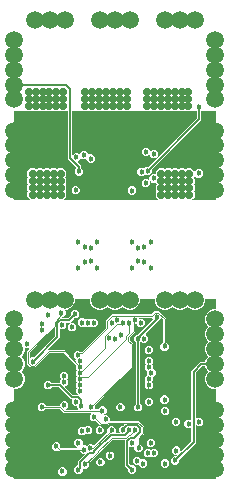
<source format=gbr>
G04 EAGLE Gerber RS-274X export*
G75*
%MOMM*%
%FSLAX34Y34*%
%LPD*%
%INCopper Layer 2*%
%IPPOS*%
%AMOC8*
5,1,8,0,0,1.08239X$1,22.5*%
G01*
%ADD10C,0.101600*%
%ADD11C,0.454000*%
%ADD12C,0.088900*%
%ADD13C,1.500000*%
%ADD14C,0.704000*%
%ADD15C,0.203200*%
%ADD16C,0.152400*%

G36*
X201705Y31185D02*
X201705Y31185D01*
X201734Y31183D01*
X201795Y31205D01*
X201859Y31219D01*
X201883Y31236D01*
X201910Y31246D01*
X201957Y31292D01*
X202010Y31330D01*
X202024Y31356D01*
X202045Y31376D01*
X202057Y31415D01*
X202101Y31494D01*
X202108Y31584D01*
X202120Y31623D01*
X202120Y106991D01*
X202114Y107019D01*
X202116Y107048D01*
X202094Y107110D01*
X202080Y107174D01*
X202063Y107197D01*
X202053Y107225D01*
X202007Y107272D01*
X201969Y107324D01*
X201943Y107338D01*
X201923Y107359D01*
X201884Y107371D01*
X201805Y107415D01*
X201715Y107423D01*
X201676Y107434D01*
X199931Y107434D01*
X196708Y108770D01*
X194241Y111237D01*
X192905Y114460D01*
X192905Y117950D01*
X194241Y121173D01*
X195245Y122178D01*
X195261Y122202D01*
X195283Y122221D01*
X195311Y122280D01*
X195347Y122335D01*
X195351Y122364D01*
X195363Y122391D01*
X195364Y122456D01*
X195374Y122521D01*
X195366Y122549D01*
X195367Y122578D01*
X195348Y122614D01*
X195323Y122701D01*
X195264Y122770D01*
X195245Y122805D01*
X194241Y123810D01*
X193085Y126598D01*
X193065Y126628D01*
X193052Y126663D01*
X193012Y126705D01*
X192979Y126752D01*
X192948Y126771D01*
X192922Y126797D01*
X192885Y126809D01*
X192818Y126849D01*
X192713Y126861D01*
X192676Y126872D01*
X190711Y126872D01*
X190669Y126863D01*
X190625Y126864D01*
X190593Y126847D01*
X190528Y126833D01*
X190429Y126759D01*
X190397Y126742D01*
X185297Y121642D01*
X185273Y121605D01*
X185242Y121574D01*
X185231Y121540D01*
X185195Y121484D01*
X185177Y121362D01*
X185167Y121328D01*
X185167Y83159D01*
X185170Y83145D01*
X185168Y83130D01*
X185190Y83054D01*
X185206Y82976D01*
X185215Y82964D01*
X185219Y82950D01*
X185271Y82890D01*
X185318Y82826D01*
X185331Y82819D01*
X185340Y82807D01*
X185412Y82773D01*
X185482Y82735D01*
X185496Y82734D01*
X185510Y82727D01*
X185589Y82726D01*
X185668Y82719D01*
X185682Y82724D01*
X185697Y82724D01*
X185728Y82741D01*
X185845Y82782D01*
X185892Y82829D01*
X185924Y82846D01*
X186366Y83288D01*
X189300Y83288D01*
X191374Y81214D01*
X191374Y78280D01*
X189300Y76206D01*
X186366Y76206D01*
X185924Y76648D01*
X185912Y76656D01*
X185903Y76668D01*
X185834Y76707D01*
X185767Y76750D01*
X185752Y76752D01*
X185739Y76759D01*
X185660Y76766D01*
X185581Y76777D01*
X185567Y76773D01*
X185553Y76775D01*
X185478Y76748D01*
X185401Y76726D01*
X185390Y76717D01*
X185376Y76712D01*
X185319Y76656D01*
X185258Y76605D01*
X185252Y76592D01*
X185242Y76581D01*
X185231Y76547D01*
X185178Y76435D01*
X185177Y76369D01*
X185167Y76335D01*
X185167Y61799D01*
X171438Y48070D01*
X171414Y48033D01*
X171383Y48002D01*
X171372Y47968D01*
X171336Y47912D01*
X171318Y47790D01*
X171308Y47756D01*
X171308Y45627D01*
X169234Y43553D01*
X166300Y43553D01*
X164226Y45627D01*
X164226Y48561D01*
X166300Y50635D01*
X168429Y50635D01*
X168472Y50644D01*
X168515Y50643D01*
X168547Y50660D01*
X168612Y50674D01*
X168711Y50748D01*
X168743Y50765D01*
X169123Y51145D01*
X169131Y51157D01*
X169142Y51166D01*
X169181Y51235D01*
X169224Y51302D01*
X169226Y51317D01*
X169233Y51330D01*
X169240Y51409D01*
X169252Y51487D01*
X169247Y51502D01*
X169249Y51516D01*
X169222Y51591D01*
X169200Y51668D01*
X169191Y51679D01*
X169186Y51693D01*
X169130Y51750D01*
X169079Y51810D01*
X169066Y51817D01*
X169055Y51827D01*
X169021Y51838D01*
X168910Y51891D01*
X168843Y51892D01*
X168809Y51902D01*
X167158Y51902D01*
X165084Y53976D01*
X165084Y56909D01*
X167158Y58984D01*
X170092Y58984D01*
X172166Y56909D01*
X172166Y55259D01*
X172169Y55245D01*
X172167Y55230D01*
X172189Y55153D01*
X172205Y55076D01*
X172214Y55064D01*
X172218Y55050D01*
X172270Y54989D01*
X172317Y54926D01*
X172330Y54918D01*
X172339Y54907D01*
X172411Y54873D01*
X172481Y54835D01*
X172495Y54833D01*
X172509Y54827D01*
X172588Y54826D01*
X172667Y54819D01*
X172681Y54824D01*
X172696Y54824D01*
X172727Y54841D01*
X172844Y54882D01*
X172891Y54928D01*
X172923Y54945D01*
X181225Y63247D01*
X181249Y63284D01*
X181280Y63315D01*
X181291Y63349D01*
X181327Y63405D01*
X181331Y63436D01*
X181336Y63444D01*
X181340Y63497D01*
X181345Y63527D01*
X181355Y63561D01*
X181355Y74390D01*
X181352Y74404D01*
X181354Y74419D01*
X181332Y74495D01*
X181316Y74573D01*
X181307Y74585D01*
X181303Y74599D01*
X181251Y74659D01*
X181204Y74723D01*
X181191Y74730D01*
X181182Y74742D01*
X181110Y74776D01*
X181040Y74814D01*
X181026Y74815D01*
X181012Y74822D01*
X180933Y74823D01*
X180854Y74830D01*
X180840Y74825D01*
X180825Y74825D01*
X180794Y74808D01*
X180677Y74767D01*
X180630Y74720D01*
X180598Y74703D01*
X180450Y74555D01*
X177516Y74555D01*
X175442Y76629D01*
X175442Y79563D01*
X177516Y81637D01*
X180450Y81637D01*
X180598Y81489D01*
X180610Y81481D01*
X180619Y81469D01*
X180689Y81430D01*
X180755Y81387D01*
X180770Y81385D01*
X180783Y81378D01*
X180862Y81371D01*
X180940Y81360D01*
X180955Y81364D01*
X180969Y81362D01*
X181044Y81389D01*
X181121Y81411D01*
X181132Y81420D01*
X181146Y81425D01*
X181203Y81481D01*
X181264Y81532D01*
X181270Y81545D01*
X181280Y81556D01*
X181291Y81590D01*
X181344Y81702D01*
X181345Y81768D01*
X181355Y81802D01*
X181355Y123090D01*
X188949Y130684D01*
X192676Y130684D01*
X192711Y130691D01*
X192748Y130690D01*
X192802Y130711D01*
X192859Y130723D01*
X192888Y130745D01*
X192922Y130758D01*
X192947Y130789D01*
X193009Y130835D01*
X193060Y130927D01*
X193085Y130958D01*
X194241Y133746D01*
X195245Y134751D01*
X195261Y134775D01*
X195283Y134794D01*
X195311Y134853D01*
X195347Y134908D01*
X195351Y134937D01*
X195363Y134964D01*
X195364Y135029D01*
X195374Y135094D01*
X195366Y135122D01*
X195367Y135151D01*
X195348Y135187D01*
X195323Y135274D01*
X195264Y135343D01*
X195245Y135378D01*
X194241Y136383D01*
X192905Y139606D01*
X192905Y143096D01*
X194241Y146319D01*
X195245Y147324D01*
X195261Y147348D01*
X195283Y147367D01*
X195311Y147426D01*
X195347Y147481D01*
X195351Y147510D01*
X195363Y147537D01*
X195364Y147602D01*
X195374Y147667D01*
X195366Y147695D01*
X195367Y147724D01*
X195348Y147760D01*
X195323Y147847D01*
X195264Y147916D01*
X195245Y147951D01*
X194241Y148956D01*
X192905Y152179D01*
X192905Y155669D01*
X194241Y158892D01*
X195245Y159897D01*
X195261Y159921D01*
X195283Y159940D01*
X195311Y159999D01*
X195347Y160054D01*
X195351Y160083D01*
X195363Y160110D01*
X195364Y160175D01*
X195374Y160240D01*
X195366Y160268D01*
X195367Y160297D01*
X195348Y160333D01*
X195323Y160420D01*
X195264Y160489D01*
X195245Y160524D01*
X194241Y161529D01*
X192905Y164752D01*
X192905Y168242D01*
X194241Y171465D01*
X196708Y173932D01*
X199931Y175268D01*
X201676Y175268D01*
X201705Y175274D01*
X201734Y175272D01*
X201795Y175294D01*
X201859Y175307D01*
X201883Y175325D01*
X201910Y175335D01*
X201957Y175380D01*
X202010Y175419D01*
X202024Y175444D01*
X202045Y175465D01*
X202057Y175504D01*
X202101Y175583D01*
X202108Y175673D01*
X202120Y175711D01*
X202120Y183388D01*
X202114Y183416D01*
X202116Y183443D01*
X202116Y183444D01*
X202116Y183446D01*
X202094Y183507D01*
X202080Y183571D01*
X202063Y183595D01*
X202053Y183622D01*
X202007Y183669D01*
X201969Y183722D01*
X201943Y183736D01*
X201923Y183757D01*
X201884Y183769D01*
X201805Y183813D01*
X201715Y183820D01*
X201676Y183832D01*
X193491Y183832D01*
X193463Y183826D01*
X193434Y183828D01*
X193372Y183806D01*
X193308Y183792D01*
X193285Y183775D01*
X193257Y183765D01*
X193210Y183719D01*
X193158Y183681D01*
X193144Y183655D01*
X193123Y183635D01*
X193111Y183596D01*
X193067Y183517D01*
X193059Y183427D01*
X193048Y183388D01*
X193048Y181643D01*
X191712Y178420D01*
X189245Y175953D01*
X186022Y174617D01*
X182532Y174617D01*
X179309Y175953D01*
X178304Y176957D01*
X178280Y176973D01*
X178261Y176995D01*
X178202Y177023D01*
X178147Y177059D01*
X178118Y177063D01*
X178091Y177075D01*
X178026Y177076D01*
X177961Y177086D01*
X177933Y177078D01*
X177904Y177079D01*
X177868Y177060D01*
X177781Y177035D01*
X177712Y176976D01*
X177677Y176957D01*
X176672Y175953D01*
X173449Y174617D01*
X169959Y174617D01*
X166736Y175953D01*
X165731Y176957D01*
X165707Y176973D01*
X165688Y176995D01*
X165629Y177023D01*
X165574Y177059D01*
X165545Y177063D01*
X165518Y177075D01*
X165453Y177076D01*
X165388Y177086D01*
X165360Y177078D01*
X165331Y177079D01*
X165295Y177060D01*
X165208Y177035D01*
X165139Y176976D01*
X165104Y176957D01*
X164099Y175953D01*
X160876Y174617D01*
X157386Y174617D01*
X154163Y175953D01*
X151696Y178420D01*
X150360Y181643D01*
X150360Y183388D01*
X150354Y183416D01*
X150356Y183443D01*
X150356Y183444D01*
X150356Y183446D01*
X150334Y183507D01*
X150321Y183571D01*
X150303Y183595D01*
X150293Y183622D01*
X150248Y183669D01*
X150209Y183722D01*
X150184Y183736D01*
X150163Y183757D01*
X150124Y183769D01*
X150045Y183813D01*
X149955Y183820D01*
X149917Y183832D01*
X138373Y183832D01*
X138345Y183826D01*
X138316Y183828D01*
X138254Y183806D01*
X138190Y183792D01*
X138167Y183775D01*
X138139Y183765D01*
X138092Y183719D01*
X138040Y183681D01*
X138026Y183655D01*
X138005Y183635D01*
X137993Y183596D01*
X137949Y183517D01*
X137941Y183427D01*
X137930Y183388D01*
X137930Y181643D01*
X136594Y178420D01*
X134127Y175953D01*
X130904Y174617D01*
X127414Y174617D01*
X124191Y175953D01*
X123186Y176957D01*
X123162Y176973D01*
X123143Y176995D01*
X123084Y177023D01*
X123029Y177059D01*
X123000Y177063D01*
X122973Y177075D01*
X122908Y177076D01*
X122843Y177086D01*
X122815Y177078D01*
X122786Y177079D01*
X122750Y177060D01*
X122663Y177035D01*
X122594Y176976D01*
X122559Y176957D01*
X121554Y175953D01*
X118331Y174617D01*
X114841Y174617D01*
X111618Y175953D01*
X110613Y176957D01*
X110589Y176973D01*
X110570Y176995D01*
X110511Y177023D01*
X110456Y177059D01*
X110427Y177063D01*
X110400Y177075D01*
X110335Y177076D01*
X110270Y177086D01*
X110242Y177078D01*
X110213Y177079D01*
X110177Y177060D01*
X110090Y177035D01*
X110021Y176976D01*
X109986Y176957D01*
X108981Y175953D01*
X105758Y174617D01*
X102268Y174617D01*
X99045Y175953D01*
X96578Y178420D01*
X95242Y181643D01*
X95242Y183388D01*
X95236Y183416D01*
X95238Y183443D01*
X95238Y183444D01*
X95238Y183446D01*
X95216Y183507D01*
X95203Y183571D01*
X95185Y183595D01*
X95175Y183622D01*
X95130Y183669D01*
X95091Y183722D01*
X95066Y183736D01*
X95045Y183757D01*
X95006Y183769D01*
X94927Y183813D01*
X94837Y183820D01*
X94799Y183832D01*
X83255Y183832D01*
X83227Y183826D01*
X83198Y183828D01*
X83136Y183806D01*
X83072Y183792D01*
X83049Y183775D01*
X83021Y183765D01*
X82974Y183719D01*
X82922Y183681D01*
X82908Y183655D01*
X82887Y183635D01*
X82875Y183596D01*
X82831Y183517D01*
X82823Y183427D01*
X82812Y183388D01*
X82812Y181643D01*
X81476Y178420D01*
X79009Y175953D01*
X75786Y174617D01*
X74936Y174617D01*
X74922Y174614D01*
X74907Y174616D01*
X74831Y174594D01*
X74753Y174578D01*
X74742Y174569D01*
X74727Y174565D01*
X74667Y174513D01*
X74603Y174466D01*
X74596Y174453D01*
X74584Y174444D01*
X74550Y174372D01*
X74512Y174302D01*
X74511Y174288D01*
X74504Y174274D01*
X74503Y174195D01*
X74497Y174116D01*
X74502Y174102D01*
X74501Y174087D01*
X74518Y174056D01*
X74560Y173939D01*
X74606Y173892D01*
X74623Y173860D01*
X74892Y173591D01*
X74892Y170658D01*
X72818Y168583D01*
X71927Y168583D01*
X71884Y168574D01*
X71841Y168575D01*
X71809Y168558D01*
X71744Y168544D01*
X71645Y168470D01*
X71613Y168454D01*
X71591Y168431D01*
X71583Y168419D01*
X71571Y168410D01*
X71533Y168341D01*
X71490Y168274D01*
X71487Y168259D01*
X71480Y168246D01*
X71474Y168167D01*
X71462Y168089D01*
X71466Y168075D01*
X71465Y168060D01*
X71492Y167985D01*
X71513Y167909D01*
X71523Y167897D01*
X71528Y167883D01*
X71583Y167826D01*
X71634Y167766D01*
X71648Y167759D01*
X71658Y167749D01*
X71692Y167738D01*
X71804Y167685D01*
X71870Y167684D01*
X71905Y167674D01*
X76891Y167674D01*
X76934Y167683D01*
X76978Y167682D01*
X77010Y167699D01*
X77075Y167713D01*
X77174Y167787D01*
X77205Y167804D01*
X79376Y169974D01*
X79400Y170011D01*
X79431Y170042D01*
X79442Y170076D01*
X79477Y170132D01*
X79496Y170254D01*
X79506Y170288D01*
X79506Y172417D01*
X81580Y174491D01*
X84513Y174491D01*
X86587Y172417D01*
X86587Y169483D01*
X84513Y167409D01*
X82385Y167409D01*
X82342Y167400D01*
X82298Y167401D01*
X82266Y167384D01*
X82202Y167370D01*
X82102Y167296D01*
X82071Y167279D01*
X79277Y164485D01*
X79269Y164473D01*
X79257Y164464D01*
X79219Y164395D01*
X79175Y164328D01*
X79173Y164313D01*
X79166Y164300D01*
X79160Y164221D01*
X79148Y164142D01*
X79152Y164128D01*
X79151Y164114D01*
X79178Y164039D01*
X79199Y163962D01*
X79209Y163951D01*
X79214Y163937D01*
X79269Y163880D01*
X79321Y163819D01*
X79334Y163813D01*
X79344Y163803D01*
X79378Y163792D01*
X79490Y163739D01*
X79556Y163738D01*
X79591Y163728D01*
X81865Y163728D01*
X83939Y161654D01*
X83939Y158720D01*
X81865Y156646D01*
X78932Y156646D01*
X76858Y158720D01*
X76858Y161654D01*
X78309Y163105D01*
X78316Y163116D01*
X78327Y163124D01*
X78328Y163125D01*
X78329Y163126D01*
X78367Y163195D01*
X78411Y163262D01*
X78413Y163277D01*
X78420Y163290D01*
X78426Y163369D01*
X78438Y163448D01*
X78434Y163462D01*
X78435Y163476D01*
X78408Y163551D01*
X78387Y163628D01*
X78377Y163639D01*
X78372Y163653D01*
X78317Y163710D01*
X78265Y163771D01*
X78252Y163777D01*
X78242Y163787D01*
X78208Y163798D01*
X78096Y163851D01*
X78030Y163852D01*
X77995Y163862D01*
X75902Y163862D01*
X75888Y163859D01*
X75873Y163861D01*
X75797Y163839D01*
X75719Y163823D01*
X75707Y163814D01*
X75693Y163810D01*
X75633Y163758D01*
X75569Y163711D01*
X75562Y163698D01*
X75550Y163689D01*
X75516Y163617D01*
X75478Y163547D01*
X75477Y163533D01*
X75470Y163519D01*
X75469Y163440D01*
X75462Y163361D01*
X75467Y163347D01*
X75467Y163332D01*
X75484Y163301D01*
X75525Y163184D01*
X75572Y163137D01*
X75589Y163105D01*
X75634Y163060D01*
X75634Y160126D01*
X73560Y158052D01*
X70626Y158052D01*
X70581Y158097D01*
X70569Y158105D01*
X70560Y158117D01*
X70491Y158156D01*
X70424Y158199D01*
X70409Y158201D01*
X70396Y158208D01*
X70317Y158215D01*
X70239Y158226D01*
X70224Y158222D01*
X70210Y158224D01*
X70135Y158197D01*
X70058Y158175D01*
X70047Y158165D01*
X70033Y158161D01*
X69976Y158105D01*
X69915Y158054D01*
X69909Y158041D01*
X69899Y158030D01*
X69888Y157996D01*
X69835Y157885D01*
X69834Y157818D01*
X69824Y157784D01*
X69824Y150958D01*
X68577Y149711D01*
X60468Y141602D01*
X60460Y141589D01*
X60448Y141581D01*
X60409Y141511D01*
X60366Y141444D01*
X60364Y141430D01*
X60357Y141417D01*
X60351Y141338D01*
X60339Y141259D01*
X60343Y141245D01*
X60342Y141230D01*
X60368Y141155D01*
X60390Y141079D01*
X60400Y141068D01*
X60405Y141054D01*
X60460Y140997D01*
X60511Y140936D01*
X60525Y140930D01*
X60535Y140919D01*
X60569Y140909D01*
X60681Y140856D01*
X60747Y140855D01*
X60782Y140844D01*
X74533Y140844D01*
X75444Y139933D01*
X82957Y132420D01*
X82969Y132412D01*
X82978Y132400D01*
X83047Y132362D01*
X83114Y132319D01*
X83129Y132316D01*
X83142Y132309D01*
X83221Y132303D01*
X83300Y132291D01*
X83314Y132295D01*
X83328Y132294D01*
X83403Y132321D01*
X83480Y132343D01*
X83491Y132352D01*
X83505Y132357D01*
X83562Y132412D01*
X83623Y132464D01*
X83629Y132477D01*
X83639Y132487D01*
X83650Y132521D01*
X83703Y132633D01*
X83704Y132699D01*
X83714Y132734D01*
X83705Y132777D01*
X83706Y132820D01*
X83689Y132852D01*
X83675Y132917D01*
X83601Y133016D01*
X83584Y133048D01*
X81720Y134913D01*
X81720Y137846D01*
X83794Y139920D01*
X86727Y139920D01*
X87484Y139163D01*
X87521Y139139D01*
X87551Y139108D01*
X87586Y139097D01*
X87641Y139061D01*
X87764Y139043D01*
X87798Y139033D01*
X88232Y139033D01*
X88275Y139042D01*
X88319Y139041D01*
X88351Y139059D01*
X88415Y139072D01*
X88515Y139146D01*
X88546Y139163D01*
X108696Y159313D01*
X108720Y159350D01*
X108751Y159380D01*
X108762Y159415D01*
X108798Y159471D01*
X108816Y159593D01*
X108826Y159627D01*
X108826Y165748D01*
X113882Y170804D01*
X147009Y170804D01*
X147052Y170813D01*
X147095Y170812D01*
X147127Y170829D01*
X147192Y170843D01*
X147291Y170917D01*
X147323Y170934D01*
X149847Y173458D01*
X153937Y173458D01*
X160098Y167297D01*
X160098Y147512D01*
X160107Y147469D01*
X160107Y147425D01*
X160124Y147393D01*
X160138Y147329D01*
X160211Y147229D01*
X160228Y147198D01*
X162305Y145122D01*
X162305Y142188D01*
X160231Y140114D01*
X157297Y140114D01*
X155223Y142188D01*
X155223Y145122D01*
X157300Y147198D01*
X157323Y147235D01*
X157355Y147265D01*
X157365Y147300D01*
X157401Y147356D01*
X157420Y147478D01*
X157430Y147512D01*
X157430Y166008D01*
X157421Y166050D01*
X157421Y166094D01*
X157404Y166126D01*
X157390Y166191D01*
X157317Y166290D01*
X157300Y166321D01*
X156190Y167431D01*
X156178Y167439D01*
X156169Y167451D01*
X156100Y167489D01*
X156033Y167533D01*
X156018Y167535D01*
X156005Y167542D01*
X155926Y167548D01*
X155847Y167560D01*
X155833Y167556D01*
X155819Y167557D01*
X155744Y167530D01*
X155667Y167509D01*
X155656Y167499D01*
X155642Y167494D01*
X155585Y167439D01*
X155524Y167387D01*
X155518Y167374D01*
X155508Y167364D01*
X155497Y167330D01*
X155444Y167218D01*
X155443Y167152D01*
X155433Y167117D01*
X155433Y167053D01*
X153359Y164979D01*
X153170Y164979D01*
X153127Y164970D01*
X153083Y164971D01*
X153051Y164954D01*
X152987Y164940D01*
X152887Y164866D01*
X152856Y164849D01*
X142517Y154510D01*
X142509Y154498D01*
X142497Y154489D01*
X142459Y154420D01*
X142415Y154353D01*
X142413Y154338D01*
X142406Y154325D01*
X142400Y154246D01*
X142388Y154167D01*
X142392Y154153D01*
X142391Y154139D01*
X142418Y154064D01*
X142439Y153987D01*
X142449Y153976D01*
X142454Y153962D01*
X142509Y153905D01*
X142561Y153844D01*
X142574Y153838D01*
X142584Y153828D01*
X142618Y153817D01*
X142730Y153764D01*
X142796Y153763D01*
X142831Y153753D01*
X142895Y153753D01*
X144969Y151679D01*
X144969Y148745D01*
X142895Y146671D01*
X139961Y146671D01*
X139218Y147415D01*
X139193Y147431D01*
X139174Y147453D01*
X139115Y147481D01*
X139060Y147516D01*
X139031Y147521D01*
X139005Y147533D01*
X138940Y147534D01*
X138875Y147544D01*
X138847Y147536D01*
X138818Y147536D01*
X138782Y147517D01*
X138695Y147492D01*
X138626Y147434D01*
X138590Y147415D01*
X138416Y147240D01*
X138392Y147204D01*
X138361Y147173D01*
X138350Y147139D01*
X138314Y147083D01*
X138296Y146960D01*
X138286Y146927D01*
X138286Y95395D01*
X138295Y95353D01*
X138294Y95309D01*
X138311Y95277D01*
X138325Y95212D01*
X138399Y95113D01*
X138416Y95082D01*
X139873Y93625D01*
X139873Y90691D01*
X137799Y88617D01*
X134865Y88617D01*
X132791Y90691D01*
X132791Y93625D01*
X134344Y95178D01*
X134368Y95214D01*
X134399Y95245D01*
X134410Y95279D01*
X134446Y95335D01*
X134454Y95393D01*
X134455Y95394D01*
X134456Y95402D01*
X134464Y95458D01*
X134474Y95491D01*
X134474Y146927D01*
X134465Y146969D01*
X134466Y147013D01*
X134449Y147045D01*
X134435Y147110D01*
X134361Y147209D01*
X134344Y147240D01*
X132839Y148745D01*
X132839Y151679D01*
X134913Y153753D01*
X136185Y153753D01*
X136228Y153762D01*
X136272Y153761D01*
X136304Y153778D01*
X136369Y153792D01*
X136468Y153866D01*
X136499Y153883D01*
X148697Y166080D01*
X148713Y166105D01*
X148735Y166124D01*
X148763Y166183D01*
X148798Y166238D01*
X148803Y166267D01*
X148815Y166293D01*
X148816Y166359D01*
X148826Y166423D01*
X148818Y166451D01*
X148818Y166481D01*
X148799Y166516D01*
X148774Y166603D01*
X148716Y166672D01*
X148697Y166708D01*
X148351Y167053D01*
X148351Y167692D01*
X148345Y167720D01*
X148347Y167749D01*
X148325Y167811D01*
X148312Y167875D01*
X148294Y167898D01*
X148284Y167926D01*
X148239Y167973D01*
X148200Y168025D01*
X148175Y168039D01*
X148154Y168060D01*
X148115Y168072D01*
X148036Y168116D01*
X147946Y168124D01*
X147908Y168135D01*
X137597Y168135D01*
X137582Y168132D01*
X137567Y168134D01*
X137491Y168112D01*
X137414Y168096D01*
X137402Y168086D01*
X137387Y168082D01*
X137327Y168031D01*
X137264Y167984D01*
X137256Y167970D01*
X137244Y167960D01*
X137211Y167889D01*
X137173Y167820D01*
X137171Y167805D01*
X137165Y167791D01*
X137164Y167712D01*
X137157Y167634D01*
X137163Y167619D01*
X137162Y167603D01*
X137180Y167572D01*
X137220Y167457D01*
X137267Y167409D01*
X137285Y167377D01*
X137289Y167372D01*
X137325Y167350D01*
X137351Y167323D01*
X137355Y167319D01*
X137390Y167308D01*
X137447Y167272D01*
X137567Y167254D01*
X137601Y167244D01*
X140231Y167244D01*
X142305Y165170D01*
X142305Y162236D01*
X140231Y160162D01*
X137297Y160162D01*
X135264Y162195D01*
X135228Y162219D01*
X135197Y162250D01*
X135163Y162261D01*
X135107Y162297D01*
X134984Y162315D01*
X134951Y162325D01*
X134193Y162325D01*
X134165Y162319D01*
X134136Y162321D01*
X134074Y162299D01*
X134010Y162286D01*
X133987Y162268D01*
X133959Y162258D01*
X133912Y162213D01*
X133860Y162174D01*
X133846Y162149D01*
X133825Y162128D01*
X133813Y162089D01*
X133769Y162010D01*
X133761Y161920D01*
X133750Y161882D01*
X133750Y155785D01*
X129193Y151228D01*
X129169Y151191D01*
X129138Y151161D01*
X129127Y151126D01*
X129091Y151070D01*
X129073Y150948D01*
X129063Y150914D01*
X129063Y149402D01*
X129072Y149359D01*
X129071Y149315D01*
X129088Y149283D01*
X129102Y149219D01*
X129176Y149119D01*
X129193Y149088D01*
X132144Y146137D01*
X132144Y126112D01*
X100003Y93970D01*
X99979Y93934D01*
X99948Y93903D01*
X99937Y93868D01*
X99901Y93813D01*
X99883Y93690D01*
X99873Y93657D01*
X99873Y91140D01*
X99879Y91111D01*
X99877Y91082D01*
X99899Y91021D01*
X99912Y90957D01*
X99930Y90933D01*
X99940Y90906D01*
X99985Y90859D01*
X100024Y90806D01*
X100049Y90792D01*
X100070Y90771D01*
X100109Y90759D01*
X100188Y90715D01*
X100278Y90708D01*
X100316Y90696D01*
X102151Y90696D01*
X102193Y90705D01*
X102237Y90705D01*
X102269Y90722D01*
X102334Y90736D01*
X102433Y90809D01*
X102464Y90826D01*
X104541Y92903D01*
X107474Y92903D01*
X109548Y90829D01*
X109548Y87895D01*
X107953Y86301D01*
X107945Y86288D01*
X107933Y86279D01*
X107895Y86210D01*
X107852Y86143D01*
X107850Y86128D01*
X107842Y86116D01*
X107836Y86037D01*
X107824Y85958D01*
X107828Y85944D01*
X107827Y85929D01*
X107854Y85854D01*
X107876Y85778D01*
X107885Y85766D01*
X107890Y85752D01*
X107945Y85695D01*
X107997Y85635D01*
X108010Y85628D01*
X108021Y85618D01*
X108054Y85608D01*
X108166Y85555D01*
X108232Y85553D01*
X108267Y85543D01*
X110231Y85543D01*
X112305Y83469D01*
X112305Y81030D01*
X112311Y81002D01*
X112309Y80973D01*
X112331Y80911D01*
X112344Y80847D01*
X112362Y80824D01*
X112372Y80796D01*
X112417Y80749D01*
X112456Y80697D01*
X112481Y80683D01*
X112502Y80662D01*
X112541Y80650D01*
X112620Y80606D01*
X112710Y80598D01*
X112748Y80587D01*
X137081Y80587D01*
X141685Y75983D01*
X141685Y69473D01*
X138178Y65966D01*
X138155Y65929D01*
X138123Y65899D01*
X138113Y65864D01*
X138077Y65809D01*
X138058Y65686D01*
X138048Y65652D01*
X138048Y61284D01*
X138057Y61242D01*
X138057Y61198D01*
X138074Y61166D01*
X138088Y61101D01*
X138161Y61002D01*
X138178Y60971D01*
X140255Y58894D01*
X140255Y55961D01*
X138181Y53887D01*
X135247Y53887D01*
X133173Y55961D01*
X133173Y58026D01*
X133170Y58040D01*
X133172Y58055D01*
X133150Y58131D01*
X133134Y58209D01*
X133125Y58221D01*
X133121Y58235D01*
X133069Y58295D01*
X133022Y58359D01*
X133009Y58366D01*
X133000Y58378D01*
X132928Y58412D01*
X132858Y58450D01*
X132844Y58451D01*
X132830Y58458D01*
X132751Y58459D01*
X132672Y58466D01*
X132658Y58461D01*
X132643Y58461D01*
X132612Y58444D01*
X132495Y58403D01*
X132448Y58356D01*
X132416Y58339D01*
X132406Y58329D01*
X129472Y58329D01*
X129427Y58374D01*
X129415Y58382D01*
X129406Y58394D01*
X129337Y58433D01*
X129270Y58476D01*
X129255Y58478D01*
X129242Y58485D01*
X129163Y58492D01*
X129085Y58503D01*
X129070Y58499D01*
X129056Y58501D01*
X128981Y58474D01*
X128904Y58452D01*
X128893Y58442D01*
X128879Y58438D01*
X128822Y58382D01*
X128761Y58331D01*
X128755Y58318D01*
X128745Y58307D01*
X128734Y58273D01*
X128681Y58162D01*
X128680Y58095D01*
X128670Y58061D01*
X128670Y44518D01*
X128679Y44476D01*
X128678Y44432D01*
X128695Y44400D01*
X128709Y44335D01*
X128760Y44267D01*
X128763Y44257D01*
X128779Y44241D01*
X128783Y44236D01*
X128800Y44204D01*
X129963Y43041D01*
X130000Y43017D01*
X130031Y42986D01*
X130065Y42975D01*
X130121Y42939D01*
X130243Y42921D01*
X130277Y42911D01*
X132406Y42911D01*
X134480Y40837D01*
X134480Y37903D01*
X132406Y35829D01*
X129472Y35829D01*
X127398Y37903D01*
X127398Y40032D01*
X127389Y40074D01*
X127390Y40118D01*
X127373Y40150D01*
X127359Y40215D01*
X127313Y40276D01*
X127309Y40289D01*
X127288Y40310D01*
X127285Y40314D01*
X127268Y40346D01*
X124858Y42756D01*
X124858Y64405D01*
X124852Y64433D01*
X124854Y64462D01*
X124832Y64524D01*
X124819Y64588D01*
X124801Y64611D01*
X124791Y64639D01*
X124746Y64686D01*
X124707Y64738D01*
X124682Y64752D01*
X124661Y64773D01*
X124622Y64785D01*
X124543Y64829D01*
X124453Y64837D01*
X124415Y64848D01*
X114649Y64848D01*
X114607Y64839D01*
X114563Y64840D01*
X114531Y64823D01*
X114466Y64809D01*
X114367Y64735D01*
X114336Y64718D01*
X103939Y54321D01*
X103915Y54285D01*
X103884Y54254D01*
X103873Y54219D01*
X103866Y54208D01*
X99172Y49514D01*
X99144Y49508D01*
X99044Y49435D01*
X99013Y49418D01*
X95171Y45575D01*
X95147Y45539D01*
X95116Y45508D01*
X95105Y45473D01*
X95069Y45418D01*
X95051Y45295D01*
X95041Y45262D01*
X95041Y42325D01*
X92967Y40251D01*
X90033Y40251D01*
X90023Y40261D01*
X90011Y40269D01*
X90002Y40281D01*
X89933Y40319D01*
X89866Y40362D01*
X89851Y40365D01*
X89838Y40372D01*
X89759Y40378D01*
X89681Y40390D01*
X89666Y40386D01*
X89652Y40387D01*
X89577Y40360D01*
X89500Y40339D01*
X89489Y40329D01*
X89475Y40324D01*
X89418Y40269D01*
X89357Y40217D01*
X89351Y40204D01*
X89341Y40194D01*
X89330Y40160D01*
X89277Y40048D01*
X89276Y39982D01*
X89266Y39947D01*
X89266Y37882D01*
X87192Y35808D01*
X84258Y35808D01*
X82184Y37882D01*
X82184Y40816D01*
X84258Y42890D01*
X84976Y42890D01*
X85004Y42896D01*
X85033Y42894D01*
X85095Y42916D01*
X85159Y42929D01*
X85182Y42947D01*
X85210Y42957D01*
X85257Y43002D01*
X85309Y43041D01*
X85323Y43066D01*
X85344Y43087D01*
X85356Y43126D01*
X85400Y43205D01*
X85408Y43295D01*
X85419Y43333D01*
X85419Y46310D01*
X91143Y52034D01*
X91151Y52047D01*
X91163Y52055D01*
X91202Y52125D01*
X91245Y52192D01*
X91247Y52206D01*
X91254Y52219D01*
X91261Y52298D01*
X91272Y52377D01*
X91268Y52391D01*
X91269Y52406D01*
X91243Y52481D01*
X91221Y52557D01*
X91211Y52568D01*
X91206Y52582D01*
X91151Y52639D01*
X91100Y52700D01*
X91086Y52706D01*
X91076Y52717D01*
X91042Y52727D01*
X90930Y52780D01*
X90864Y52781D01*
X90829Y52792D01*
X89435Y52792D01*
X87359Y54868D01*
X87322Y54892D01*
X87292Y54923D01*
X87257Y54934D01*
X87201Y54970D01*
X87079Y54988D01*
X87045Y54998D01*
X69201Y54998D01*
X68792Y55407D01*
X68756Y55430D01*
X68725Y55462D01*
X68690Y55472D01*
X68635Y55508D01*
X68512Y55526D01*
X68479Y55537D01*
X65542Y55537D01*
X63468Y57611D01*
X63468Y60544D01*
X65542Y62618D01*
X68475Y62618D01*
X70549Y60544D01*
X70549Y58110D01*
X70555Y58082D01*
X70553Y58053D01*
X70575Y57991D01*
X70589Y57927D01*
X70606Y57904D01*
X70616Y57876D01*
X70662Y57829D01*
X70700Y57777D01*
X70726Y57763D01*
X70746Y57742D01*
X70785Y57730D01*
X70864Y57686D01*
X70954Y57678D01*
X70993Y57667D01*
X83829Y57667D01*
X83843Y57670D01*
X83858Y57668D01*
X83934Y57690D01*
X84012Y57706D01*
X84024Y57715D01*
X84038Y57719D01*
X84099Y57771D01*
X84162Y57818D01*
X84169Y57831D01*
X84181Y57840D01*
X84215Y57912D01*
X84253Y57982D01*
X84254Y57996D01*
X84261Y58010D01*
X84262Y58089D01*
X84269Y58168D01*
X84264Y58182D01*
X84264Y58197D01*
X84247Y58228D01*
X84206Y58345D01*
X84159Y58392D01*
X84142Y58424D01*
X82184Y60382D01*
X82184Y63316D01*
X84258Y65390D01*
X87192Y65390D01*
X89266Y63316D01*
X89266Y60317D01*
X89272Y60288D01*
X89270Y60259D01*
X89292Y60198D01*
X89305Y60134D01*
X89323Y60110D01*
X89333Y60083D01*
X89378Y60036D01*
X89417Y59983D01*
X89442Y59969D01*
X89463Y59948D01*
X89502Y59936D01*
X89581Y59892D01*
X89671Y59885D01*
X89709Y59873D01*
X92369Y59873D01*
X92575Y59667D01*
X92600Y59651D01*
X92619Y59628D01*
X92678Y59600D01*
X92733Y59565D01*
X92762Y59561D01*
X92788Y59548D01*
X92853Y59547D01*
X92918Y59538D01*
X92946Y59546D01*
X92976Y59545D01*
X93011Y59564D01*
X93098Y59589D01*
X93167Y59648D01*
X93203Y59667D01*
X94483Y60947D01*
X97417Y60947D01*
X98467Y59897D01*
X98492Y59881D01*
X98511Y59858D01*
X98570Y59830D01*
X98625Y59795D01*
X98654Y59791D01*
X98680Y59778D01*
X98745Y59777D01*
X98810Y59768D01*
X98838Y59776D01*
X98867Y59775D01*
X98903Y59794D01*
X98990Y59819D01*
X99059Y59878D01*
X99095Y59897D01*
X110121Y70923D01*
X110145Y70960D01*
X110176Y70990D01*
X110187Y71025D01*
X110223Y71081D01*
X110241Y71203D01*
X110251Y71237D01*
X110251Y74174D01*
X112325Y76248D01*
X115259Y76248D01*
X117333Y74174D01*
X117333Y71240D01*
X117288Y71195D01*
X117280Y71183D01*
X117268Y71174D01*
X117229Y71105D01*
X117186Y71038D01*
X117184Y71023D01*
X117177Y71010D01*
X117170Y70931D01*
X117159Y70853D01*
X117163Y70838D01*
X117161Y70824D01*
X117188Y70749D01*
X117210Y70672D01*
X117220Y70661D01*
X117224Y70647D01*
X117280Y70590D01*
X117331Y70529D01*
X117344Y70523D01*
X117355Y70513D01*
X117389Y70502D01*
X117500Y70449D01*
X117567Y70448D01*
X117601Y70438D01*
X120329Y70438D01*
X120343Y70441D01*
X120358Y70439D01*
X120435Y70461D01*
X120512Y70477D01*
X120524Y70486D01*
X120538Y70490D01*
X120599Y70542D01*
X120663Y70589D01*
X120670Y70602D01*
X120681Y70611D01*
X120715Y70683D01*
X120754Y70753D01*
X120755Y70767D01*
X120761Y70781D01*
X120762Y70860D01*
X120769Y70939D01*
X120764Y70953D01*
X120764Y70968D01*
X120747Y70999D01*
X120706Y71116D01*
X120660Y71163D01*
X120643Y71195D01*
X120189Y71649D01*
X120189Y74582D01*
X122263Y76656D01*
X123923Y76656D01*
X123965Y76665D01*
X124009Y76664D01*
X124041Y76682D01*
X124106Y76696D01*
X124205Y76769D01*
X124236Y76786D01*
X124611Y77161D01*
X124619Y77173D01*
X124631Y77182D01*
X124670Y77251D01*
X124713Y77318D01*
X124715Y77333D01*
X124722Y77346D01*
X124729Y77425D01*
X124740Y77503D01*
X124736Y77518D01*
X124737Y77532D01*
X124711Y77607D01*
X124689Y77684D01*
X124679Y77695D01*
X124674Y77709D01*
X124619Y77766D01*
X124568Y77827D01*
X124554Y77833D01*
X124544Y77843D01*
X124510Y77854D01*
X124398Y77907D01*
X124332Y77908D01*
X124297Y77918D01*
X111847Y77918D01*
X111804Y77909D01*
X111760Y77910D01*
X111728Y77893D01*
X111664Y77879D01*
X111564Y77805D01*
X111533Y77788D01*
X110809Y77065D01*
X105480Y77065D01*
X105466Y77061D01*
X105451Y77064D01*
X105374Y77042D01*
X105297Y77025D01*
X105285Y77016D01*
X105271Y77012D01*
X105210Y76961D01*
X105146Y76913D01*
X105139Y76901D01*
X105128Y76891D01*
X105094Y76819D01*
X105055Y76750D01*
X105054Y76735D01*
X105048Y76722D01*
X105047Y76642D01*
X105040Y76563D01*
X105045Y76549D01*
X105045Y76534D01*
X105062Y76503D01*
X105103Y76386D01*
X105149Y76339D01*
X105166Y76307D01*
X107300Y74174D01*
X107300Y71240D01*
X105226Y69166D01*
X102292Y69166D01*
X100218Y71240D01*
X100218Y74174D01*
X102292Y76248D01*
X103667Y76248D01*
X103681Y76251D01*
X103696Y76249D01*
X103772Y76271D01*
X103850Y76287D01*
X103862Y76296D01*
X103876Y76300D01*
X103936Y76352D01*
X104000Y76399D01*
X104007Y76412D01*
X104019Y76421D01*
X104053Y76493D01*
X104091Y76563D01*
X104092Y76577D01*
X104099Y76591D01*
X104100Y76670D01*
X104107Y76749D01*
X104102Y76763D01*
X104102Y76778D01*
X104085Y76809D01*
X104043Y76926D01*
X103997Y76973D01*
X103980Y77005D01*
X103010Y77976D01*
X100616Y80370D01*
X100579Y80393D01*
X100549Y80425D01*
X100514Y80435D01*
X100458Y80471D01*
X100336Y80490D01*
X100302Y80500D01*
X97365Y80500D01*
X95291Y82574D01*
X95291Y85507D01*
X96275Y86491D01*
X96283Y86504D01*
X96295Y86512D01*
X96334Y86582D01*
X96377Y86649D01*
X96379Y86663D01*
X96386Y86676D01*
X96393Y86755D01*
X96404Y86834D01*
X96400Y86848D01*
X96402Y86863D01*
X96375Y86938D01*
X96353Y87014D01*
X96343Y87025D01*
X96339Y87039D01*
X96283Y87096D01*
X96232Y87157D01*
X96218Y87163D01*
X96208Y87174D01*
X96174Y87184D01*
X96062Y87237D01*
X95996Y87238D01*
X95962Y87249D01*
X73235Y87249D01*
X72324Y88160D01*
X69628Y90856D01*
X69591Y90879D01*
X69561Y90911D01*
X69526Y90921D01*
X69471Y90957D01*
X69348Y90976D01*
X69314Y90986D01*
X58554Y90986D01*
X58511Y90977D01*
X58467Y90977D01*
X58435Y90960D01*
X58371Y90946D01*
X58271Y90873D01*
X58240Y90856D01*
X56164Y88779D01*
X53230Y88779D01*
X51156Y90853D01*
X51156Y93787D01*
X53230Y95861D01*
X56164Y95861D01*
X58240Y93784D01*
X58277Y93761D01*
X58307Y93729D01*
X58342Y93719D01*
X58398Y93683D01*
X58520Y93664D01*
X58554Y93654D01*
X69780Y93654D01*
X69808Y93660D01*
X69837Y93658D01*
X69899Y93680D01*
X69963Y93694D01*
X69986Y93711D01*
X70014Y93721D01*
X70061Y93767D01*
X70113Y93805D01*
X70127Y93831D01*
X70148Y93851D01*
X70160Y93890D01*
X70204Y93969D01*
X70212Y94059D01*
X70223Y94098D01*
X70223Y95170D01*
X72297Y97244D01*
X75231Y97244D01*
X77305Y95170D01*
X77305Y92236D01*
X75743Y90675D01*
X75735Y90662D01*
X75723Y90654D01*
X75685Y90584D01*
X75642Y90517D01*
X75639Y90503D01*
X75632Y90490D01*
X75626Y90411D01*
X75614Y90332D01*
X75618Y90318D01*
X75617Y90303D01*
X75644Y90228D01*
X75665Y90152D01*
X75675Y90141D01*
X75680Y90127D01*
X75735Y90070D01*
X75787Y90009D01*
X75800Y90003D01*
X75810Y89992D01*
X75844Y89982D01*
X75956Y89929D01*
X76022Y89928D01*
X76057Y89917D01*
X85304Y89917D01*
X85318Y89920D01*
X85333Y89918D01*
X85409Y89940D01*
X85487Y89957D01*
X85499Y89966D01*
X85513Y89970D01*
X85573Y90021D01*
X85637Y90068D01*
X85644Y90081D01*
X85656Y90091D01*
X85690Y90163D01*
X85728Y90232D01*
X85729Y90247D01*
X85736Y90260D01*
X85737Y90340D01*
X85744Y90419D01*
X85739Y90433D01*
X85739Y90447D01*
X85722Y90479D01*
X85681Y90595D01*
X85634Y90643D01*
X85617Y90675D01*
X84297Y91995D01*
X84297Y92865D01*
X84291Y92892D01*
X84293Y92918D01*
X84293Y92919D01*
X84293Y92922D01*
X84271Y92984D01*
X84257Y93048D01*
X84240Y93071D01*
X84230Y93099D01*
X84184Y93146D01*
X84146Y93198D01*
X84120Y93212D01*
X84100Y93233D01*
X84061Y93245D01*
X83982Y93289D01*
X83892Y93297D01*
X83853Y93308D01*
X82619Y93308D01*
X80545Y95382D01*
X80545Y98316D01*
X80590Y98361D01*
X80598Y98373D01*
X80610Y98382D01*
X80648Y98451D01*
X80691Y98518D01*
X80694Y98533D01*
X80701Y98546D01*
X80707Y98625D01*
X80719Y98703D01*
X80715Y98718D01*
X80716Y98732D01*
X80689Y98807D01*
X80668Y98884D01*
X80658Y98895D01*
X80653Y98909D01*
X80598Y98966D01*
X80546Y99027D01*
X80533Y99033D01*
X80523Y99043D01*
X80489Y99054D01*
X80377Y99107D01*
X80311Y99108D01*
X80276Y99118D01*
X79845Y99118D01*
X78748Y100216D01*
X69660Y109303D01*
X69624Y109327D01*
X69593Y109358D01*
X69558Y109369D01*
X69503Y109405D01*
X69380Y109423D01*
X69347Y109433D01*
X63723Y109433D01*
X63681Y109424D01*
X63637Y109425D01*
X63605Y109408D01*
X63540Y109394D01*
X63441Y109320D01*
X63410Y109303D01*
X61651Y107544D01*
X58717Y107544D01*
X56643Y109618D01*
X56643Y112552D01*
X58717Y114626D01*
X61651Y114626D01*
X63410Y112867D01*
X63446Y112843D01*
X63477Y112812D01*
X63511Y112801D01*
X63567Y112765D01*
X63690Y112747D01*
X63723Y112737D01*
X69676Y112737D01*
X69704Y112743D01*
X69733Y112741D01*
X69795Y112763D01*
X69859Y112776D01*
X69882Y112794D01*
X69910Y112804D01*
X69957Y112849D01*
X70009Y112888D01*
X70023Y112913D01*
X70044Y112934D01*
X70056Y112973D01*
X70100Y113052D01*
X70108Y113142D01*
X70119Y113180D01*
X70119Y115170D01*
X70915Y115965D01*
X70931Y115990D01*
X70953Y116009D01*
X70981Y116068D01*
X71016Y116123D01*
X71021Y116152D01*
X71033Y116178D01*
X71034Y116243D01*
X71044Y116308D01*
X71036Y116336D01*
X71036Y116366D01*
X71017Y116401D01*
X70992Y116488D01*
X70934Y116557D01*
X70915Y116593D01*
X70223Y117284D01*
X70223Y120218D01*
X72297Y122292D01*
X75231Y122292D01*
X77305Y120218D01*
X77305Y117284D01*
X76509Y116489D01*
X76493Y116464D01*
X76471Y116445D01*
X76443Y116386D01*
X76408Y116331D01*
X76403Y116302D01*
X76391Y116276D01*
X76390Y116211D01*
X76380Y116146D01*
X76388Y116118D01*
X76388Y116089D01*
X76407Y116053D01*
X76432Y115966D01*
X76490Y115897D01*
X76509Y115861D01*
X77201Y115170D01*
X77201Y112236D01*
X75127Y110162D01*
X74544Y110162D01*
X74530Y110159D01*
X74515Y110161D01*
X74439Y110139D01*
X74361Y110123D01*
X74349Y110114D01*
X74335Y110110D01*
X74274Y110058D01*
X74211Y110011D01*
X74204Y109998D01*
X74192Y109989D01*
X74158Y109917D01*
X74120Y109847D01*
X74119Y109833D01*
X74112Y109819D01*
X74111Y109740D01*
X74104Y109661D01*
X74109Y109647D01*
X74109Y109632D01*
X74126Y109601D01*
X74168Y109484D01*
X74214Y109437D01*
X74231Y109405D01*
X81084Y102552D01*
X81120Y102528D01*
X81151Y102497D01*
X81186Y102486D01*
X81241Y102450D01*
X81364Y102432D01*
X81397Y102422D01*
X84769Y102422D01*
X84783Y102425D01*
X84798Y102423D01*
X84874Y102445D01*
X84952Y102461D01*
X84964Y102470D01*
X84978Y102474D01*
X85038Y102526D01*
X85102Y102573D01*
X85109Y102586D01*
X85121Y102595D01*
X85155Y102667D01*
X85193Y102737D01*
X85194Y102751D01*
X85201Y102765D01*
X85202Y102844D01*
X85209Y102923D01*
X85204Y102937D01*
X85204Y102952D01*
X85187Y102983D01*
X85146Y103100D01*
X85099Y103147D01*
X85082Y103179D01*
X83714Y104547D01*
X83714Y107481D01*
X84458Y108224D01*
X84474Y108249D01*
X84496Y108268D01*
X84524Y108327D01*
X84559Y108382D01*
X84564Y108411D01*
X84576Y108437D01*
X84577Y108502D01*
X84587Y108567D01*
X84579Y108595D01*
X84579Y108625D01*
X84560Y108660D01*
X84535Y108747D01*
X84477Y108816D01*
X84458Y108852D01*
X83714Y109595D01*
X83714Y112529D01*
X84458Y113272D01*
X84474Y113297D01*
X84496Y113316D01*
X84524Y113375D01*
X84559Y113430D01*
X84564Y113459D01*
X84576Y113485D01*
X84577Y113550D01*
X84587Y113615D01*
X84579Y113643D01*
X84579Y113673D01*
X84560Y113708D01*
X84535Y113795D01*
X84477Y113864D01*
X84458Y113900D01*
X83714Y114643D01*
X83714Y117577D01*
X84458Y118320D01*
X84474Y118345D01*
X84496Y118364D01*
X84524Y118423D01*
X84559Y118478D01*
X84564Y118507D01*
X84576Y118533D01*
X84577Y118598D01*
X84587Y118663D01*
X84579Y118691D01*
X84579Y118720D01*
X84560Y118756D01*
X84535Y118843D01*
X84477Y118912D01*
X84458Y118948D01*
X83714Y119691D01*
X83714Y122625D01*
X84472Y123383D01*
X84488Y123407D01*
X84511Y123426D01*
X84539Y123485D01*
X84574Y123540D01*
X84578Y123569D01*
X84591Y123596D01*
X84592Y123661D01*
X84601Y123726D01*
X84593Y123754D01*
X84594Y123783D01*
X84575Y123819D01*
X84550Y123906D01*
X84491Y123975D01*
X84472Y124010D01*
X83705Y124778D01*
X83705Y127715D01*
X83695Y127757D01*
X83696Y127801D01*
X83679Y127833D01*
X83665Y127898D01*
X83591Y127997D01*
X83575Y128028D01*
X73557Y138046D01*
X73521Y138069D01*
X73490Y138101D01*
X73455Y138111D01*
X73400Y138147D01*
X73277Y138166D01*
X73244Y138176D01*
X61514Y138176D01*
X61471Y138167D01*
X61427Y138167D01*
X61395Y138150D01*
X61330Y138136D01*
X61231Y138063D01*
X61200Y138046D01*
X49035Y125881D01*
X44945Y125881D01*
X42052Y128774D01*
X42052Y139658D01*
X43674Y141280D01*
X43682Y141292D01*
X43694Y141301D01*
X43733Y141371D01*
X43776Y141437D01*
X43778Y141452D01*
X43785Y141465D01*
X43792Y141544D01*
X43804Y141623D01*
X43799Y141637D01*
X43801Y141652D01*
X43774Y141726D01*
X43752Y141803D01*
X43743Y141814D01*
X43738Y141828D01*
X43682Y141885D01*
X43631Y141946D01*
X43618Y141952D01*
X43607Y141963D01*
X43573Y141973D01*
X43462Y142026D01*
X43395Y142027D01*
X43361Y142038D01*
X40710Y142038D01*
X40682Y142031D01*
X40653Y142034D01*
X40591Y142012D01*
X40527Y141998D01*
X40504Y141981D01*
X40476Y141971D01*
X40429Y141925D01*
X40377Y141886D01*
X40363Y141861D01*
X40342Y141840D01*
X40330Y141802D01*
X40286Y141723D01*
X40278Y141632D01*
X40267Y141594D01*
X40267Y139606D01*
X38931Y136383D01*
X37927Y135378D01*
X37911Y135354D01*
X37889Y135335D01*
X37861Y135276D01*
X37825Y135221D01*
X37821Y135192D01*
X37809Y135165D01*
X37808Y135100D01*
X37798Y135036D01*
X37806Y135007D01*
X37805Y134978D01*
X37824Y134942D01*
X37849Y134855D01*
X37908Y134786D01*
X37927Y134751D01*
X38931Y133746D01*
X40267Y130523D01*
X40267Y127033D01*
X38931Y123810D01*
X37927Y122805D01*
X37911Y122781D01*
X37889Y122762D01*
X37861Y122703D01*
X37825Y122648D01*
X37821Y122619D01*
X37809Y122592D01*
X37808Y122527D01*
X37798Y122463D01*
X37806Y122434D01*
X37805Y122405D01*
X37824Y122369D01*
X37849Y122282D01*
X37908Y122213D01*
X37927Y122178D01*
X38931Y121173D01*
X40267Y117950D01*
X40267Y114460D01*
X38931Y111237D01*
X36464Y108770D01*
X33241Y107434D01*
X31496Y107434D01*
X31467Y107428D01*
X31438Y107430D01*
X31377Y107408D01*
X31313Y107395D01*
X31289Y107377D01*
X31262Y107367D01*
X31215Y107322D01*
X31162Y107283D01*
X31148Y107258D01*
X31127Y107237D01*
X31115Y107198D01*
X31071Y107119D01*
X31064Y107029D01*
X31052Y106991D01*
X31052Y31623D01*
X31058Y31594D01*
X31056Y31565D01*
X31078Y31504D01*
X31092Y31440D01*
X31109Y31416D01*
X31119Y31389D01*
X31165Y31342D01*
X31203Y31289D01*
X31229Y31275D01*
X31249Y31254D01*
X31288Y31242D01*
X31367Y31198D01*
X31457Y31191D01*
X31496Y31179D01*
X201676Y31179D01*
X201705Y31185D01*
G37*
G36*
X44174Y267656D02*
X44174Y267656D01*
X44188Y267654D01*
X44265Y267676D01*
X44342Y267693D01*
X44354Y267702D01*
X44368Y267706D01*
X44429Y267757D01*
X44493Y267804D01*
X44500Y267817D01*
X44511Y267827D01*
X44545Y267899D01*
X44584Y267968D01*
X44585Y267983D01*
X44591Y267996D01*
X44593Y268076D01*
X44599Y268155D01*
X44594Y268169D01*
X44595Y268184D01*
X44578Y268215D01*
X44536Y268331D01*
X44490Y268379D01*
X44473Y268411D01*
X42580Y270304D01*
X42580Y274272D01*
X43203Y274895D01*
X43207Y274902D01*
X43211Y274904D01*
X43220Y274921D01*
X43241Y274939D01*
X43269Y274998D01*
X43305Y275053D01*
X43309Y275082D01*
X43321Y275108D01*
X43323Y275173D01*
X43332Y275238D01*
X43324Y275266D01*
X43325Y275295D01*
X43306Y275331D01*
X43281Y275418D01*
X43222Y275487D01*
X43203Y275523D01*
X42580Y276146D01*
X42580Y280114D01*
X43203Y280737D01*
X43219Y280762D01*
X43241Y280781D01*
X43269Y280840D01*
X43305Y280895D01*
X43309Y280924D01*
X43321Y280950D01*
X43323Y281015D01*
X43332Y281080D01*
X43324Y281108D01*
X43325Y281137D01*
X43306Y281173D01*
X43281Y281260D01*
X43222Y281329D01*
X43203Y281365D01*
X42580Y281988D01*
X42580Y285956D01*
X43203Y286579D01*
X43219Y286604D01*
X43241Y286623D01*
X43269Y286682D01*
X43305Y286737D01*
X43309Y286766D01*
X43321Y286792D01*
X43323Y286857D01*
X43332Y286922D01*
X43324Y286950D01*
X43325Y286979D01*
X43306Y287015D01*
X43281Y287102D01*
X43222Y287171D01*
X43203Y287207D01*
X42580Y287830D01*
X42580Y291798D01*
X45387Y294605D01*
X49355Y294605D01*
X49978Y293982D01*
X50003Y293966D01*
X50022Y293944D01*
X50081Y293916D01*
X50136Y293880D01*
X50165Y293876D01*
X50191Y293864D01*
X50256Y293862D01*
X50321Y293853D01*
X50349Y293861D01*
X50378Y293860D01*
X50414Y293879D01*
X50501Y293904D01*
X50570Y293963D01*
X50606Y293982D01*
X51229Y294605D01*
X55197Y294605D01*
X55820Y293982D01*
X55845Y293966D01*
X55864Y293944D01*
X55923Y293916D01*
X55978Y293880D01*
X56007Y293876D01*
X56033Y293864D01*
X56098Y293862D01*
X56163Y293853D01*
X56191Y293861D01*
X56220Y293860D01*
X56256Y293879D01*
X56343Y293904D01*
X56412Y293963D01*
X56448Y293982D01*
X57071Y294605D01*
X61039Y294605D01*
X61662Y293982D01*
X61687Y293966D01*
X61706Y293944D01*
X61765Y293916D01*
X61820Y293880D01*
X61849Y293876D01*
X61875Y293864D01*
X61940Y293862D01*
X62005Y293853D01*
X62033Y293861D01*
X62062Y293860D01*
X62098Y293879D01*
X62185Y293904D01*
X62254Y293963D01*
X62290Y293982D01*
X62913Y294605D01*
X66881Y294605D01*
X67504Y293982D01*
X67529Y293966D01*
X67548Y293944D01*
X67607Y293916D01*
X67662Y293880D01*
X67691Y293876D01*
X67717Y293864D01*
X67782Y293862D01*
X67847Y293853D01*
X67875Y293861D01*
X67904Y293860D01*
X67940Y293879D01*
X68027Y293904D01*
X68096Y293963D01*
X68132Y293982D01*
X68755Y294605D01*
X72723Y294605D01*
X75530Y291798D01*
X75530Y287830D01*
X74907Y287207D01*
X74891Y287182D01*
X74869Y287163D01*
X74841Y287104D01*
X74805Y287049D01*
X74801Y287020D01*
X74789Y286994D01*
X74787Y286929D01*
X74778Y286864D01*
X74786Y286836D01*
X74785Y286806D01*
X74804Y286771D01*
X74829Y286684D01*
X74888Y286615D01*
X74907Y286579D01*
X75530Y285956D01*
X75530Y281988D01*
X74907Y281365D01*
X74891Y281340D01*
X74869Y281321D01*
X74841Y281262D01*
X74805Y281207D01*
X74801Y281178D01*
X74789Y281152D01*
X74787Y281087D01*
X74778Y281022D01*
X74786Y280994D01*
X74785Y280964D01*
X74804Y280929D01*
X74829Y280842D01*
X74888Y280773D01*
X74907Y280737D01*
X75530Y280114D01*
X75530Y276146D01*
X74907Y275523D01*
X74891Y275498D01*
X74869Y275479D01*
X74841Y275420D01*
X74805Y275365D01*
X74801Y275336D01*
X74789Y275310D01*
X74787Y275245D01*
X74778Y275180D01*
X74786Y275152D01*
X74785Y275123D01*
X74804Y275087D01*
X74829Y275000D01*
X74852Y274973D01*
X74856Y274963D01*
X74889Y274928D01*
X74907Y274895D01*
X75530Y274272D01*
X75530Y270304D01*
X73637Y268411D01*
X73629Y268398D01*
X73617Y268390D01*
X73578Y268320D01*
X73535Y268253D01*
X73533Y268239D01*
X73526Y268226D01*
X73520Y268147D01*
X73508Y268068D01*
X73512Y268054D01*
X73511Y268039D01*
X73537Y267964D01*
X73559Y267888D01*
X73569Y267877D01*
X73574Y267863D01*
X73629Y267806D01*
X73680Y267745D01*
X73694Y267739D01*
X73704Y267728D01*
X73738Y267718D01*
X73850Y267665D01*
X73916Y267664D01*
X73951Y267653D01*
X152617Y267653D01*
X152632Y267656D01*
X152646Y267654D01*
X152723Y267676D01*
X152800Y267693D01*
X152812Y267702D01*
X152826Y267706D01*
X152887Y267757D01*
X152951Y267804D01*
X152958Y267817D01*
X152969Y267827D01*
X153003Y267899D01*
X153042Y267968D01*
X153043Y267983D01*
X153049Y267996D01*
X153051Y268076D01*
X153057Y268155D01*
X153052Y268169D01*
X153053Y268184D01*
X153036Y268215D01*
X152994Y268331D01*
X152948Y268379D01*
X152931Y268411D01*
X151165Y270177D01*
X151165Y274145D01*
X151788Y274768D01*
X151804Y274793D01*
X151826Y274812D01*
X151854Y274871D01*
X151890Y274926D01*
X151894Y274955D01*
X151906Y274981D01*
X151908Y275046D01*
X151917Y275111D01*
X151909Y275139D01*
X151910Y275169D01*
X151891Y275204D01*
X151866Y275291D01*
X151807Y275360D01*
X151788Y275396D01*
X151165Y276019D01*
X151165Y279987D01*
X151788Y280610D01*
X151804Y280635D01*
X151826Y280654D01*
X151854Y280713D01*
X151890Y280768D01*
X151894Y280797D01*
X151906Y280823D01*
X151908Y280888D01*
X151917Y280953D01*
X151909Y280981D01*
X151910Y281010D01*
X151891Y281046D01*
X151866Y281133D01*
X151810Y281199D01*
X151809Y281200D01*
X151807Y281203D01*
X151788Y281238D01*
X151165Y281861D01*
X151165Y281879D01*
X151161Y281900D01*
X151161Y281911D01*
X151160Y281916D01*
X151161Y281936D01*
X151139Y281998D01*
X151126Y282062D01*
X151108Y282085D01*
X151098Y282113D01*
X151053Y282160D01*
X151014Y282212D01*
X150989Y282226D01*
X150968Y282247D01*
X150929Y282259D01*
X150850Y282303D01*
X150760Y282311D01*
X150722Y282322D01*
X147955Y282322D01*
X147062Y283215D01*
X147050Y283223D01*
X147041Y283235D01*
X146972Y283274D01*
X146905Y283317D01*
X146890Y283319D01*
X146877Y283326D01*
X146798Y283333D01*
X146719Y283344D01*
X146705Y283340D01*
X146691Y283342D01*
X146616Y283315D01*
X146539Y283293D01*
X146528Y283283D01*
X146514Y283279D01*
X146457Y283223D01*
X146396Y283172D01*
X146390Y283158D01*
X146380Y283148D01*
X146369Y283114D01*
X146316Y283002D01*
X146315Y282936D01*
X146305Y282902D01*
X146305Y280380D01*
X144231Y278306D01*
X141297Y278306D01*
X139223Y280380D01*
X139223Y283314D01*
X141297Y285388D01*
X144231Y285388D01*
X145124Y284495D01*
X145136Y284487D01*
X145145Y284475D01*
X145214Y284436D01*
X145281Y284393D01*
X145296Y284391D01*
X145309Y284384D01*
X145388Y284377D01*
X145467Y284366D01*
X145481Y284370D01*
X145495Y284368D01*
X145570Y284395D01*
X145647Y284417D01*
X145658Y284427D01*
X145672Y284431D01*
X145729Y284487D01*
X145790Y284538D01*
X145796Y284552D01*
X145806Y284562D01*
X145817Y284596D01*
X145870Y284708D01*
X145871Y284774D01*
X145881Y284808D01*
X145881Y287330D01*
X147955Y289404D01*
X150722Y289404D01*
X150750Y289410D01*
X150779Y289408D01*
X150841Y289430D01*
X150905Y289443D01*
X150928Y289461D01*
X150956Y289471D01*
X151003Y289516D01*
X151055Y289555D01*
X151069Y289580D01*
X151090Y289601D01*
X151102Y289640D01*
X151146Y289719D01*
X151154Y289809D01*
X151165Y289847D01*
X151165Y291671D01*
X153972Y294478D01*
X157940Y294478D01*
X158563Y293855D01*
X158588Y293839D01*
X158607Y293817D01*
X158666Y293789D01*
X158721Y293753D01*
X158750Y293749D01*
X158776Y293737D01*
X158841Y293735D01*
X158906Y293726D01*
X158934Y293734D01*
X158963Y293733D01*
X158999Y293752D01*
X159086Y293777D01*
X159155Y293836D01*
X159191Y293855D01*
X159814Y294478D01*
X163782Y294478D01*
X164405Y293855D01*
X164430Y293839D01*
X164449Y293817D01*
X164508Y293789D01*
X164563Y293753D01*
X164592Y293749D01*
X164618Y293737D01*
X164683Y293735D01*
X164748Y293726D01*
X164776Y293734D01*
X164805Y293733D01*
X164841Y293752D01*
X164928Y293777D01*
X164997Y293836D01*
X165033Y293855D01*
X165656Y294478D01*
X169624Y294478D01*
X170247Y293855D01*
X170272Y293839D01*
X170291Y293817D01*
X170350Y293789D01*
X170405Y293753D01*
X170434Y293749D01*
X170460Y293737D01*
X170525Y293735D01*
X170590Y293726D01*
X170618Y293734D01*
X170647Y293733D01*
X170683Y293752D01*
X170770Y293777D01*
X170839Y293836D01*
X170875Y293855D01*
X171498Y294478D01*
X175466Y294478D01*
X176089Y293855D01*
X176114Y293839D01*
X176133Y293817D01*
X176192Y293789D01*
X176247Y293753D01*
X176276Y293749D01*
X176302Y293737D01*
X176367Y293735D01*
X176432Y293726D01*
X176460Y293734D01*
X176489Y293733D01*
X176525Y293752D01*
X176612Y293777D01*
X176681Y293836D01*
X176717Y293855D01*
X177340Y294478D01*
X181308Y294478D01*
X183941Y291845D01*
X183966Y291829D01*
X183985Y291807D01*
X184044Y291779D01*
X184099Y291743D01*
X184128Y291739D01*
X184154Y291727D01*
X184219Y291726D01*
X184284Y291716D01*
X184312Y291724D01*
X184341Y291724D01*
X184377Y291743D01*
X184464Y291767D01*
X184533Y291826D01*
X184569Y291845D01*
X186366Y293643D01*
X189300Y293643D01*
X191374Y291569D01*
X191374Y288635D01*
X189300Y286561D01*
X186366Y286561D01*
X184872Y288055D01*
X184860Y288063D01*
X184851Y288075D01*
X184782Y288114D01*
X184715Y288157D01*
X184700Y288159D01*
X184687Y288166D01*
X184608Y288173D01*
X184529Y288184D01*
X184515Y288180D01*
X184501Y288182D01*
X184426Y288155D01*
X184349Y288133D01*
X184338Y288123D01*
X184324Y288119D01*
X184267Y288063D01*
X184206Y288012D01*
X184200Y287998D01*
X184190Y287988D01*
X184179Y287954D01*
X184126Y287842D01*
X184125Y287776D01*
X184115Y287742D01*
X184115Y287703D01*
X183492Y287080D01*
X183476Y287055D01*
X183454Y287036D01*
X183426Y286977D01*
X183390Y286922D01*
X183386Y286893D01*
X183374Y286867D01*
X183372Y286802D01*
X183363Y286737D01*
X183371Y286709D01*
X183370Y286679D01*
X183389Y286644D01*
X183414Y286557D01*
X183459Y286504D01*
X183460Y286500D01*
X183474Y286487D01*
X183492Y286452D01*
X184115Y285829D01*
X184115Y281861D01*
X183492Y281238D01*
X183476Y281213D01*
X183454Y281194D01*
X183426Y281135D01*
X183390Y281080D01*
X183386Y281051D01*
X183374Y281025D01*
X183372Y280960D01*
X183363Y280895D01*
X183371Y280867D01*
X183370Y280837D01*
X183389Y280802D01*
X183414Y280715D01*
X183473Y280646D01*
X183492Y280610D01*
X184115Y279987D01*
X184115Y276019D01*
X183492Y275396D01*
X183476Y275371D01*
X183454Y275352D01*
X183426Y275293D01*
X183390Y275238D01*
X183386Y275209D01*
X183374Y275183D01*
X183372Y275118D01*
X183363Y275053D01*
X183371Y275025D01*
X183370Y274996D01*
X183389Y274960D01*
X183414Y274873D01*
X183473Y274804D01*
X183492Y274768D01*
X184115Y274145D01*
X184115Y270177D01*
X182349Y268411D01*
X182341Y268398D01*
X182329Y268390D01*
X182290Y268320D01*
X182247Y268253D01*
X182245Y268239D01*
X182238Y268226D01*
X182232Y268147D01*
X182220Y268068D01*
X182224Y268054D01*
X182223Y268039D01*
X182249Y267964D01*
X182271Y267888D01*
X182281Y267877D01*
X182286Y267863D01*
X182341Y267806D01*
X182392Y267745D01*
X182406Y267739D01*
X182416Y267728D01*
X182450Y267718D01*
X182562Y267665D01*
X182628Y267664D01*
X182663Y267653D01*
X201676Y267653D01*
X201705Y267659D01*
X201734Y267657D01*
X201795Y267679D01*
X201859Y267693D01*
X201883Y267710D01*
X201910Y267720D01*
X201957Y267766D01*
X202010Y267804D01*
X202024Y267830D01*
X202045Y267850D01*
X202057Y267889D01*
X202101Y267968D01*
X202108Y268058D01*
X202120Y268097D01*
X202120Y342519D01*
X202114Y342548D01*
X202116Y342577D01*
X202094Y342638D01*
X202080Y342702D01*
X202063Y342726D01*
X202053Y342753D01*
X202007Y342800D01*
X201969Y342853D01*
X201943Y342867D01*
X201923Y342888D01*
X201884Y342900D01*
X201805Y342944D01*
X201715Y342951D01*
X201676Y342963D01*
X190182Y342963D01*
X190154Y342957D01*
X190125Y342959D01*
X190063Y342937D01*
X189999Y342923D01*
X189976Y342906D01*
X189948Y342896D01*
X189901Y342850D01*
X189849Y342812D01*
X189835Y342786D01*
X189814Y342766D01*
X189802Y342727D01*
X189758Y342648D01*
X189750Y342558D01*
X189739Y342519D01*
X189739Y335125D01*
X147960Y293346D01*
X147936Y293309D01*
X147905Y293279D01*
X147894Y293244D01*
X147858Y293189D01*
X147840Y293066D01*
X147830Y293032D01*
X147830Y290904D01*
X145756Y288830D01*
X142822Y288830D01*
X142500Y289153D01*
X142475Y289169D01*
X142456Y289191D01*
X142397Y289219D01*
X142342Y289254D01*
X142313Y289258D01*
X142287Y289271D01*
X142221Y289272D01*
X142157Y289282D01*
X142129Y289274D01*
X142099Y289274D01*
X142064Y289255D01*
X141977Y289230D01*
X141908Y289172D01*
X141872Y289153D01*
X140708Y287988D01*
X137774Y287988D01*
X135700Y290062D01*
X135700Y292996D01*
X137774Y295070D01*
X140708Y295070D01*
X141030Y294747D01*
X141055Y294731D01*
X141074Y294709D01*
X141133Y294681D01*
X141188Y294645D01*
X141217Y294641D01*
X141243Y294628D01*
X141309Y294627D01*
X141373Y294618D01*
X141401Y294626D01*
X141431Y294625D01*
X141466Y294644D01*
X141553Y294669D01*
X141623Y294728D01*
X141658Y294747D01*
X142822Y295911D01*
X144951Y295911D01*
X144993Y295920D01*
X145037Y295920D01*
X145069Y295937D01*
X145134Y295951D01*
X145233Y296024D01*
X145265Y296041D01*
X185797Y336574D01*
X185802Y336582D01*
X185808Y336586D01*
X185822Y336612D01*
X185852Y336641D01*
X185863Y336676D01*
X185899Y336731D01*
X185917Y336854D01*
X185927Y336888D01*
X185927Y342519D01*
X185921Y342548D01*
X185923Y342577D01*
X185901Y342638D01*
X185888Y342702D01*
X185870Y342726D01*
X185860Y342753D01*
X185815Y342800D01*
X185776Y342853D01*
X185751Y342867D01*
X185730Y342888D01*
X185691Y342900D01*
X185612Y342944D01*
X185522Y342951D01*
X185484Y342963D01*
X181266Y342963D01*
X181223Y342954D01*
X181179Y342954D01*
X181147Y342937D01*
X181083Y342923D01*
X180983Y342849D01*
X180952Y342833D01*
X180927Y342808D01*
X176959Y342808D01*
X176934Y342833D01*
X176897Y342856D01*
X176867Y342888D01*
X176832Y342898D01*
X176777Y342934D01*
X176654Y342952D01*
X176620Y342963D01*
X175424Y342963D01*
X175381Y342954D01*
X175337Y342954D01*
X175305Y342937D01*
X175241Y342923D01*
X175141Y342849D01*
X175110Y342833D01*
X175085Y342808D01*
X171117Y342808D01*
X171092Y342833D01*
X171055Y342856D01*
X171025Y342888D01*
X170990Y342898D01*
X170935Y342934D01*
X170812Y342952D01*
X170778Y342963D01*
X169582Y342963D01*
X169539Y342954D01*
X169495Y342954D01*
X169463Y342937D01*
X169399Y342923D01*
X169299Y342849D01*
X169268Y342833D01*
X169243Y342808D01*
X165275Y342808D01*
X165250Y342833D01*
X165213Y342856D01*
X165183Y342888D01*
X165148Y342898D01*
X165093Y342934D01*
X164970Y342952D01*
X164936Y342963D01*
X163740Y342963D01*
X163697Y342954D01*
X163653Y342954D01*
X163621Y342937D01*
X163557Y342923D01*
X163457Y342849D01*
X163426Y342833D01*
X163401Y342808D01*
X159433Y342808D01*
X159408Y342833D01*
X159371Y342856D01*
X159341Y342888D01*
X159306Y342898D01*
X159251Y342934D01*
X159128Y342952D01*
X159094Y342963D01*
X157898Y342963D01*
X157855Y342954D01*
X157811Y342954D01*
X157779Y342937D01*
X157715Y342923D01*
X157615Y342849D01*
X157584Y342833D01*
X157559Y342808D01*
X153591Y342808D01*
X153566Y342833D01*
X153529Y342856D01*
X153499Y342888D01*
X153464Y342898D01*
X153409Y342934D01*
X153286Y342952D01*
X153252Y342963D01*
X152056Y342963D01*
X152013Y342954D01*
X151969Y342954D01*
X151937Y342937D01*
X151873Y342923D01*
X151773Y342849D01*
X151742Y342833D01*
X151717Y342808D01*
X147749Y342808D01*
X147724Y342833D01*
X147687Y342856D01*
X147657Y342888D01*
X147622Y342898D01*
X147567Y342934D01*
X147444Y342952D01*
X147410Y342963D01*
X146214Y342963D01*
X146171Y342954D01*
X146127Y342954D01*
X146095Y342937D01*
X146031Y342923D01*
X145931Y342849D01*
X145900Y342833D01*
X145875Y342808D01*
X141907Y342808D01*
X141882Y342833D01*
X141845Y342856D01*
X141815Y342888D01*
X141780Y342898D01*
X141725Y342934D01*
X141602Y342952D01*
X141568Y342963D01*
X129069Y342963D01*
X129026Y342954D01*
X128982Y342954D01*
X128950Y342937D01*
X128886Y342923D01*
X128786Y342849D01*
X128755Y342833D01*
X128730Y342808D01*
X124762Y342808D01*
X124737Y342833D01*
X124700Y342856D01*
X124670Y342888D01*
X124635Y342898D01*
X124580Y342934D01*
X124457Y342952D01*
X124423Y342963D01*
X123227Y342963D01*
X123184Y342954D01*
X123140Y342954D01*
X123108Y342937D01*
X123044Y342923D01*
X122944Y342849D01*
X122913Y342833D01*
X122888Y342808D01*
X118920Y342808D01*
X118895Y342833D01*
X118858Y342856D01*
X118828Y342888D01*
X118793Y342898D01*
X118738Y342934D01*
X118615Y342952D01*
X118581Y342963D01*
X117385Y342963D01*
X117342Y342954D01*
X117298Y342954D01*
X117266Y342937D01*
X117202Y342923D01*
X117102Y342849D01*
X117071Y342833D01*
X117046Y342808D01*
X113078Y342808D01*
X113053Y342833D01*
X113016Y342856D01*
X112986Y342888D01*
X112951Y342898D01*
X112896Y342934D01*
X112773Y342952D01*
X112739Y342963D01*
X111543Y342963D01*
X111500Y342954D01*
X111456Y342954D01*
X111424Y342937D01*
X111360Y342923D01*
X111260Y342849D01*
X111229Y342833D01*
X111204Y342808D01*
X107236Y342808D01*
X107211Y342833D01*
X107174Y342856D01*
X107144Y342888D01*
X107109Y342898D01*
X107054Y342934D01*
X106931Y342952D01*
X106897Y342963D01*
X105701Y342963D01*
X105658Y342954D01*
X105614Y342954D01*
X105582Y342937D01*
X105518Y342923D01*
X105418Y342849D01*
X105387Y342833D01*
X105362Y342808D01*
X101394Y342808D01*
X101369Y342833D01*
X101332Y342856D01*
X101302Y342888D01*
X101267Y342898D01*
X101212Y342934D01*
X101089Y342952D01*
X101055Y342963D01*
X99859Y342963D01*
X99816Y342954D01*
X99772Y342954D01*
X99740Y342937D01*
X99676Y342923D01*
X99576Y342849D01*
X99545Y342833D01*
X99520Y342808D01*
X95552Y342808D01*
X95527Y342833D01*
X95490Y342856D01*
X95460Y342888D01*
X95425Y342898D01*
X95370Y342934D01*
X95247Y342952D01*
X95213Y342963D01*
X94017Y342963D01*
X93974Y342954D01*
X93930Y342954D01*
X93898Y342937D01*
X93834Y342923D01*
X93734Y342849D01*
X93703Y342833D01*
X93678Y342808D01*
X89710Y342808D01*
X89685Y342833D01*
X89648Y342856D01*
X89618Y342888D01*
X89583Y342898D01*
X89528Y342934D01*
X89405Y342952D01*
X89371Y342963D01*
X80908Y342963D01*
X80880Y342957D01*
X80851Y342959D01*
X80789Y342937D01*
X80725Y342923D01*
X80702Y342906D01*
X80674Y342896D01*
X80627Y342850D01*
X80575Y342812D01*
X80561Y342786D01*
X80540Y342766D01*
X80528Y342727D01*
X80484Y342648D01*
X80476Y342558D01*
X80465Y342519D01*
X80465Y306443D01*
X80468Y306429D01*
X80466Y306414D01*
X80488Y306338D01*
X80504Y306260D01*
X80513Y306248D01*
X80517Y306234D01*
X80569Y306174D01*
X80616Y306110D01*
X80629Y306103D01*
X80638Y306091D01*
X80710Y306057D01*
X80780Y306019D01*
X80794Y306018D01*
X80808Y306011D01*
X80887Y306010D01*
X80966Y306003D01*
X80980Y306008D01*
X80995Y306008D01*
X81026Y306025D01*
X81143Y306066D01*
X81190Y306113D01*
X81222Y306130D01*
X82480Y307388D01*
X85414Y307388D01*
X86253Y306549D01*
X86265Y306541D01*
X86274Y306529D01*
X86343Y306490D01*
X86410Y306447D01*
X86425Y306445D01*
X86438Y306438D01*
X86517Y306431D01*
X86596Y306420D01*
X86610Y306424D01*
X86624Y306422D01*
X86699Y306449D01*
X86776Y306471D01*
X86787Y306481D01*
X86801Y306485D01*
X86858Y306541D01*
X86919Y306592D01*
X86925Y306606D01*
X86935Y306616D01*
X86946Y306650D01*
X86999Y306762D01*
X87000Y306828D01*
X87010Y306862D01*
X87010Y307092D01*
X89084Y309166D01*
X92018Y309166D01*
X94092Y307092D01*
X94092Y306752D01*
X94098Y306724D01*
X94096Y306695D01*
X94118Y306633D01*
X94131Y306569D01*
X94149Y306546D01*
X94159Y306518D01*
X94204Y306471D01*
X94243Y306419D01*
X94268Y306405D01*
X94289Y306384D01*
X94328Y306372D01*
X94407Y306328D01*
X94497Y306320D01*
X94535Y306309D01*
X97606Y306309D01*
X99680Y304235D01*
X99680Y301301D01*
X97606Y299227D01*
X94672Y299227D01*
X92598Y301301D01*
X92598Y301641D01*
X92592Y301669D01*
X92594Y301698D01*
X92572Y301760D01*
X92559Y301824D01*
X92541Y301847D01*
X92531Y301875D01*
X92486Y301922D01*
X92447Y301974D01*
X92422Y301988D01*
X92401Y302009D01*
X92362Y302021D01*
X92283Y302065D01*
X92193Y302073D01*
X92155Y302084D01*
X89084Y302084D01*
X88245Y302923D01*
X88233Y302931D01*
X88224Y302943D01*
X88155Y302982D01*
X88088Y303025D01*
X88073Y303027D01*
X88060Y303034D01*
X87981Y303041D01*
X87902Y303052D01*
X87888Y303048D01*
X87874Y303050D01*
X87799Y303023D01*
X87722Y303001D01*
X87711Y302991D01*
X87697Y302987D01*
X87640Y302931D01*
X87579Y302880D01*
X87573Y302866D01*
X87563Y302856D01*
X87552Y302822D01*
X87499Y302710D01*
X87498Y302644D01*
X87488Y302610D01*
X87488Y302380D01*
X85414Y300306D01*
X85350Y300306D01*
X85335Y300303D01*
X85321Y300305D01*
X85244Y300283D01*
X85167Y300267D01*
X85155Y300258D01*
X85141Y300254D01*
X85080Y300202D01*
X85016Y300155D01*
X85009Y300142D01*
X84998Y300133D01*
X84964Y300061D01*
X84925Y299991D01*
X84924Y299977D01*
X84918Y299963D01*
X84916Y299884D01*
X84910Y299805D01*
X84915Y299791D01*
X84915Y299776D01*
X84931Y299745D01*
X84973Y299628D01*
X85019Y299581D01*
X85036Y299549D01*
X88141Y296444D01*
X88141Y295070D01*
X88150Y295028D01*
X88149Y294984D01*
X88166Y294952D01*
X88180Y294887D01*
X88254Y294788D01*
X88271Y294757D01*
X89776Y293252D01*
X89776Y290318D01*
X87702Y288244D01*
X84768Y288244D01*
X82694Y290318D01*
X82694Y293252D01*
X84005Y294562D01*
X84021Y294587D01*
X84043Y294606D01*
X84071Y294665D01*
X84106Y294720D01*
X84111Y294749D01*
X84123Y294775D01*
X84124Y294840D01*
X84134Y294905D01*
X84126Y294933D01*
X84126Y294962D01*
X84107Y294998D01*
X84082Y295085D01*
X84024Y295154D01*
X84005Y295190D01*
X76653Y302541D01*
X76653Y342519D01*
X76647Y342548D01*
X76649Y342577D01*
X76627Y342638D01*
X76614Y342702D01*
X76596Y342726D01*
X76586Y342753D01*
X76541Y342800D01*
X76502Y342853D01*
X76477Y342867D01*
X76456Y342888D01*
X76417Y342900D01*
X76338Y342944D01*
X76248Y342951D01*
X76210Y342963D01*
X75221Y342963D01*
X75178Y342954D01*
X75134Y342954D01*
X75102Y342937D01*
X75038Y342923D01*
X74938Y342849D01*
X74907Y342833D01*
X74882Y342808D01*
X70914Y342808D01*
X70889Y342833D01*
X70852Y342856D01*
X70822Y342888D01*
X70787Y342898D01*
X70732Y342934D01*
X70609Y342952D01*
X70575Y342963D01*
X69379Y342963D01*
X69336Y342954D01*
X69292Y342954D01*
X69260Y342937D01*
X69196Y342923D01*
X69096Y342849D01*
X69065Y342833D01*
X69040Y342808D01*
X65072Y342808D01*
X65047Y342833D01*
X65010Y342856D01*
X64980Y342888D01*
X64945Y342898D01*
X64890Y342934D01*
X64767Y342952D01*
X64733Y342963D01*
X63537Y342963D01*
X63494Y342954D01*
X63450Y342954D01*
X63418Y342937D01*
X63354Y342923D01*
X63254Y342849D01*
X63223Y342833D01*
X63198Y342808D01*
X59230Y342808D01*
X59205Y342833D01*
X59168Y342856D01*
X59138Y342888D01*
X59103Y342898D01*
X59048Y342934D01*
X58925Y342952D01*
X58891Y342963D01*
X57695Y342963D01*
X57652Y342954D01*
X57608Y342954D01*
X57576Y342937D01*
X57512Y342923D01*
X57412Y342849D01*
X57381Y342833D01*
X57356Y342808D01*
X53388Y342808D01*
X53363Y342833D01*
X53326Y342856D01*
X53296Y342888D01*
X53261Y342898D01*
X53206Y342934D01*
X53083Y342952D01*
X53049Y342963D01*
X51853Y342963D01*
X51810Y342954D01*
X51766Y342954D01*
X51734Y342937D01*
X51670Y342923D01*
X51570Y342849D01*
X51539Y342833D01*
X51514Y342808D01*
X47546Y342808D01*
X47521Y342833D01*
X47484Y342856D01*
X47454Y342888D01*
X47419Y342898D01*
X47364Y342934D01*
X47241Y342952D01*
X47207Y342963D01*
X46011Y342963D01*
X45968Y342954D01*
X45924Y342954D01*
X45892Y342937D01*
X45828Y342923D01*
X45728Y342849D01*
X45697Y342833D01*
X45672Y342808D01*
X41704Y342808D01*
X41679Y342833D01*
X41642Y342856D01*
X41612Y342888D01*
X41577Y342898D01*
X41522Y342934D01*
X41399Y342952D01*
X41365Y342963D01*
X31496Y342963D01*
X31467Y342957D01*
X31438Y342959D01*
X31377Y342937D01*
X31313Y342923D01*
X31289Y342906D01*
X31262Y342896D01*
X31215Y342850D01*
X31162Y342812D01*
X31148Y342786D01*
X31127Y342766D01*
X31115Y342727D01*
X31071Y342648D01*
X31064Y342558D01*
X31052Y342519D01*
X31052Y268097D01*
X31058Y268068D01*
X31056Y268039D01*
X31078Y267978D01*
X31092Y267914D01*
X31109Y267890D01*
X31119Y267863D01*
X31165Y267816D01*
X31203Y267763D01*
X31229Y267749D01*
X31249Y267728D01*
X31288Y267716D01*
X31367Y267672D01*
X31457Y267665D01*
X31496Y267653D01*
X44159Y267653D01*
X44174Y267656D01*
G37*
%LPC*%
G36*
X143865Y107617D02*
X143865Y107617D01*
X141791Y109691D01*
X141791Y112625D01*
X142535Y113368D01*
X142551Y113393D01*
X142573Y113412D01*
X142601Y113471D01*
X142636Y113526D01*
X142641Y113555D01*
X142653Y113581D01*
X142654Y113646D01*
X142664Y113711D01*
X142656Y113739D01*
X142656Y113769D01*
X142637Y113804D01*
X142612Y113891D01*
X142564Y113948D01*
X142563Y113951D01*
X142553Y113961D01*
X142535Y113996D01*
X141791Y114739D01*
X141791Y117673D01*
X143848Y119730D01*
X143872Y119766D01*
X143903Y119797D01*
X143914Y119831D01*
X143950Y119887D01*
X143968Y120010D01*
X143978Y120043D01*
X143978Y122273D01*
X143969Y122315D01*
X143970Y122359D01*
X143953Y122391D01*
X143939Y122456D01*
X143865Y122555D01*
X143848Y122586D01*
X141791Y124643D01*
X141791Y127577D01*
X142535Y128320D01*
X142551Y128345D01*
X142573Y128364D01*
X142601Y128423D01*
X142636Y128478D01*
X142641Y128507D01*
X142653Y128533D01*
X142654Y128598D01*
X142664Y128663D01*
X142656Y128691D01*
X142656Y128720D01*
X142637Y128756D01*
X142612Y128843D01*
X142554Y128912D01*
X142535Y128948D01*
X141791Y129691D01*
X141791Y132625D01*
X143865Y134699D01*
X146799Y134699D01*
X148873Y132625D01*
X148873Y129691D01*
X148129Y128948D01*
X148113Y128923D01*
X148091Y128904D01*
X148063Y128845D01*
X148028Y128790D01*
X148023Y128761D01*
X148011Y128735D01*
X148010Y128670D01*
X148000Y128605D01*
X148008Y128577D01*
X148008Y128547D01*
X148027Y128512D01*
X148052Y128425D01*
X148110Y128356D01*
X148129Y128320D01*
X148873Y127577D01*
X148873Y124995D01*
X148882Y124953D01*
X148881Y124909D01*
X148898Y124877D01*
X148912Y124812D01*
X148986Y124713D01*
X149003Y124682D01*
X151060Y122625D01*
X151060Y119691D01*
X149003Y117634D01*
X148979Y117598D01*
X148948Y117567D01*
X148937Y117533D01*
X148901Y117477D01*
X148883Y117354D01*
X148873Y117321D01*
X148873Y114739D01*
X148129Y113996D01*
X148113Y113971D01*
X148091Y113952D01*
X148063Y113893D01*
X148028Y113838D01*
X148023Y113809D01*
X148011Y113783D01*
X148010Y113718D01*
X148000Y113653D01*
X148008Y113625D01*
X148008Y113596D01*
X148027Y113560D01*
X148052Y113473D01*
X148110Y113404D01*
X148129Y113368D01*
X148873Y112625D01*
X148873Y109691D01*
X146799Y107617D01*
X143865Y107617D01*
G37*
%LPD*%
G36*
X45236Y134193D02*
X45236Y134193D01*
X45251Y134193D01*
X45282Y134210D01*
X45399Y134251D01*
X45446Y134298D01*
X45478Y134315D01*
X45523Y134360D01*
X47652Y134360D01*
X47694Y134369D01*
X47738Y134368D01*
X47770Y134385D01*
X47835Y134399D01*
X47934Y134473D01*
X47966Y134490D01*
X65882Y152406D01*
X65906Y152443D01*
X65937Y152474D01*
X65948Y152508D01*
X65984Y152564D01*
X66002Y152686D01*
X66012Y152720D01*
X66012Y158773D01*
X66009Y158787D01*
X66011Y158802D01*
X65989Y158878D01*
X65973Y158956D01*
X65964Y158968D01*
X65960Y158982D01*
X65908Y159043D01*
X65861Y159106D01*
X65848Y159113D01*
X65839Y159125D01*
X65767Y159159D01*
X65697Y159197D01*
X65683Y159199D01*
X65669Y159205D01*
X65590Y159206D01*
X65511Y159213D01*
X65497Y159208D01*
X65482Y159208D01*
X65451Y159191D01*
X65334Y159150D01*
X65287Y159104D01*
X65255Y159086D01*
X44851Y138682D01*
X44827Y138646D01*
X44796Y138615D01*
X44785Y138581D01*
X44749Y138525D01*
X44731Y138402D01*
X44721Y138369D01*
X44721Y134628D01*
X44724Y134614D01*
X44722Y134599D01*
X44744Y134523D01*
X44760Y134445D01*
X44769Y134433D01*
X44773Y134419D01*
X44825Y134359D01*
X44872Y134295D01*
X44885Y134288D01*
X44894Y134276D01*
X44966Y134242D01*
X45036Y134204D01*
X45050Y134203D01*
X45064Y134196D01*
X45143Y134195D01*
X45222Y134188D01*
X45236Y134193D01*
G37*
%LPC*%
G36*
X92249Y160162D02*
X92249Y160162D01*
X91425Y160987D01*
X91400Y161003D01*
X91381Y161025D01*
X91322Y161053D01*
X91268Y161088D01*
X91239Y161093D01*
X91212Y161105D01*
X91147Y161106D01*
X91082Y161116D01*
X91054Y161108D01*
X91025Y161108D01*
X90989Y161089D01*
X90902Y161064D01*
X90833Y161006D01*
X90797Y160987D01*
X90135Y160324D01*
X87201Y160324D01*
X85127Y162398D01*
X85127Y165331D01*
X87201Y167405D01*
X90135Y167405D01*
X90959Y166581D01*
X90984Y166565D01*
X91003Y166543D01*
X91062Y166515D01*
X91117Y166479D01*
X91146Y166475D01*
X91172Y166463D01*
X91237Y166461D01*
X91302Y166452D01*
X91330Y166460D01*
X91359Y166459D01*
X91395Y166478D01*
X91482Y166503D01*
X91551Y166562D01*
X91587Y166581D01*
X92249Y167244D01*
X95183Y167244D01*
X95926Y166500D01*
X95951Y166484D01*
X95970Y166462D01*
X96029Y166434D01*
X96084Y166399D01*
X96113Y166394D01*
X96139Y166382D01*
X96204Y166381D01*
X96269Y166371D01*
X96297Y166379D01*
X96326Y166379D01*
X96362Y166398D01*
X96449Y166423D01*
X96518Y166481D01*
X96554Y166500D01*
X97297Y167244D01*
X100231Y167244D01*
X102305Y165170D01*
X102305Y162236D01*
X100231Y160162D01*
X97297Y160162D01*
X96554Y160906D01*
X96529Y160922D01*
X96510Y160944D01*
X96451Y160972D01*
X96396Y161007D01*
X96367Y161012D01*
X96341Y161024D01*
X96276Y161025D01*
X96211Y161035D01*
X96183Y161027D01*
X96153Y161027D01*
X96118Y161008D01*
X96031Y160983D01*
X95962Y160925D01*
X95926Y160906D01*
X95183Y160162D01*
X92249Y160162D01*
G37*
%LPD*%
%LPC*%
G36*
X148139Y303227D02*
X148139Y303227D01*
X146065Y305301D01*
X146065Y305785D01*
X146062Y305799D01*
X146064Y305814D01*
X146042Y305890D01*
X146026Y305968D01*
X146017Y305980D01*
X146013Y305994D01*
X145961Y306054D01*
X145914Y306118D01*
X145901Y306125D01*
X145892Y306137D01*
X145820Y306171D01*
X145750Y306209D01*
X145736Y306210D01*
X145722Y306217D01*
X145643Y306218D01*
X145564Y306225D01*
X145550Y306220D01*
X145535Y306220D01*
X145504Y306203D01*
X145387Y306162D01*
X145340Y306115D01*
X145308Y306098D01*
X144215Y305005D01*
X141281Y305005D01*
X139207Y307079D01*
X139207Y310013D01*
X141281Y312087D01*
X144215Y312087D01*
X146289Y310013D01*
X146289Y309529D01*
X146292Y309515D01*
X146290Y309500D01*
X146312Y309424D01*
X146328Y309346D01*
X146337Y309334D01*
X146341Y309320D01*
X146393Y309260D01*
X146440Y309196D01*
X146453Y309189D01*
X146462Y309177D01*
X146534Y309143D01*
X146604Y309105D01*
X146618Y309104D01*
X146632Y309097D01*
X146711Y309096D01*
X146790Y309089D01*
X146804Y309094D01*
X146819Y309094D01*
X146850Y309111D01*
X146967Y309152D01*
X147014Y309199D01*
X147046Y309216D01*
X148139Y310309D01*
X151073Y310309D01*
X153147Y308235D01*
X153147Y305301D01*
X151073Y303227D01*
X148139Y303227D01*
G37*
%LPD*%
%LPC*%
G36*
X139044Y40925D02*
X139044Y40925D01*
X136975Y42994D01*
X136939Y43017D01*
X136908Y43049D01*
X136874Y43059D01*
X136818Y43095D01*
X136695Y43114D01*
X136662Y43124D01*
X134104Y43124D01*
X132030Y45198D01*
X132030Y48131D01*
X134104Y50205D01*
X137038Y50205D01*
X139107Y48136D01*
X139143Y48113D01*
X139174Y48081D01*
X139208Y48071D01*
X139264Y48035D01*
X139387Y48016D01*
X139420Y48006D01*
X141978Y48006D01*
X144052Y45932D01*
X144052Y42999D01*
X141978Y40925D01*
X139044Y40925D01*
G37*
%LPD*%
%LPC*%
G36*
X87211Y68595D02*
X87211Y68595D01*
X85137Y70669D01*
X85137Y73603D01*
X87211Y75677D01*
X90145Y75677D01*
X90603Y75219D01*
X90627Y75203D01*
X90646Y75180D01*
X90705Y75152D01*
X90760Y75117D01*
X90789Y75113D01*
X90816Y75100D01*
X90881Y75099D01*
X90946Y75090D01*
X90974Y75098D01*
X91003Y75097D01*
X91039Y75116D01*
X91126Y75141D01*
X91195Y75200D01*
X91230Y75219D01*
X92259Y76248D01*
X95193Y76248D01*
X97267Y74174D01*
X97267Y71240D01*
X95193Y69166D01*
X92259Y69166D01*
X91801Y69624D01*
X91777Y69640D01*
X91758Y69663D01*
X91699Y69691D01*
X91644Y69726D01*
X91615Y69730D01*
X91588Y69743D01*
X91523Y69744D01*
X91459Y69753D01*
X91430Y69745D01*
X91401Y69746D01*
X91365Y69727D01*
X91278Y69702D01*
X91209Y69643D01*
X91174Y69624D01*
X90145Y68595D01*
X87211Y68595D01*
G37*
%LPD*%
%LPC*%
G36*
X143018Y49848D02*
X143018Y49848D01*
X140944Y51922D01*
X140944Y54856D01*
X143018Y56930D01*
X145951Y56930D01*
X146629Y56252D01*
X146654Y56236D01*
X146673Y56213D01*
X146732Y56185D01*
X146786Y56150D01*
X146815Y56146D01*
X146842Y56133D01*
X146907Y56132D01*
X146972Y56123D01*
X147000Y56131D01*
X147029Y56130D01*
X147065Y56149D01*
X147152Y56174D01*
X147221Y56233D01*
X147257Y56252D01*
X148066Y57061D01*
X150999Y57061D01*
X153073Y54987D01*
X153073Y52053D01*
X150999Y49979D01*
X148066Y49979D01*
X147388Y50657D01*
X147363Y50673D01*
X147344Y50696D01*
X147285Y50724D01*
X147230Y50759D01*
X147201Y50763D01*
X147175Y50776D01*
X147109Y50777D01*
X147045Y50786D01*
X147017Y50778D01*
X146987Y50779D01*
X146952Y50760D01*
X146865Y50735D01*
X146796Y50676D01*
X146760Y50657D01*
X145951Y49848D01*
X143018Y49848D01*
G37*
%LPD*%
%LPC*%
G36*
X81972Y272303D02*
X81972Y272303D01*
X79898Y274377D01*
X79898Y277311D01*
X81972Y279385D01*
X84906Y279385D01*
X86980Y277311D01*
X86980Y274377D01*
X84906Y272303D01*
X81972Y272303D01*
G37*
%LPD*%
%LPC*%
G36*
X129472Y272147D02*
X129472Y272147D01*
X127398Y274221D01*
X127398Y277155D01*
X129472Y279229D01*
X132406Y279229D01*
X134480Y277155D01*
X134480Y274221D01*
X132406Y272147D01*
X129472Y272147D01*
G37*
%LPD*%
%LPC*%
G36*
X143806Y136943D02*
X143806Y136943D01*
X141732Y139017D01*
X141732Y141950D01*
X143806Y144024D01*
X146740Y144024D01*
X148814Y141950D01*
X148814Y139017D01*
X146740Y136943D01*
X143806Y136943D01*
G37*
%LPD*%
%LPC*%
G36*
X157297Y95162D02*
X157297Y95162D01*
X155223Y97236D01*
X155223Y100170D01*
X157297Y102244D01*
X160231Y102244D01*
X162305Y100170D01*
X162305Y97236D01*
X160231Y95162D01*
X157297Y95162D01*
G37*
%LPD*%
%LPC*%
G36*
X143806Y93308D02*
X143806Y93308D01*
X141732Y95382D01*
X141732Y98316D01*
X143806Y100390D01*
X146740Y100390D01*
X148814Y98316D01*
X148814Y95382D01*
X146740Y93308D01*
X143806Y93308D01*
G37*
%LPD*%
%LPC*%
G36*
X119865Y88617D02*
X119865Y88617D01*
X117791Y90691D01*
X117791Y93625D01*
X119865Y95699D01*
X122799Y95699D01*
X124873Y93625D01*
X124873Y90691D01*
X122799Y88617D01*
X119865Y88617D01*
G37*
%LPD*%
%LPC*%
G36*
X157831Y85503D02*
X157831Y85503D01*
X155757Y87577D01*
X155757Y90511D01*
X157831Y92585D01*
X160764Y92585D01*
X162838Y90511D01*
X162838Y87577D01*
X160764Y85503D01*
X157831Y85503D01*
G37*
%LPD*%
%LPC*%
G36*
X167158Y76342D02*
X167158Y76342D01*
X165084Y78416D01*
X165084Y81350D01*
X167158Y83424D01*
X170092Y83424D01*
X172166Y81350D01*
X172166Y78416D01*
X170092Y76342D01*
X167158Y76342D01*
G37*
%LPD*%
%LPC*%
G36*
X145472Y58329D02*
X145472Y58329D01*
X143398Y60403D01*
X143398Y63337D01*
X145472Y65411D01*
X148406Y65411D01*
X150480Y63337D01*
X150480Y60403D01*
X148406Y58329D01*
X145472Y58329D01*
G37*
%LPD*%
%LPC*%
G36*
X110897Y47748D02*
X110897Y47748D01*
X108823Y49822D01*
X108823Y52755D01*
X110897Y54829D01*
X113831Y54829D01*
X115905Y52755D01*
X115905Y49822D01*
X113831Y47748D01*
X110897Y47748D01*
G37*
%LPD*%
%LPC*%
G36*
X102876Y42029D02*
X102876Y42029D01*
X100802Y44103D01*
X100802Y47036D01*
X102876Y49110D01*
X105810Y49110D01*
X107884Y47036D01*
X107884Y44103D01*
X105810Y42029D01*
X102876Y42029D01*
G37*
%LPD*%
%LPC*%
G36*
X157656Y40863D02*
X157656Y40863D01*
X155582Y42937D01*
X155582Y45871D01*
X157656Y47945D01*
X160589Y47945D01*
X162663Y45871D01*
X162663Y42937D01*
X160589Y40863D01*
X157656Y40863D01*
G37*
%LPD*%
%LPC*%
G36*
X70796Y34305D02*
X70796Y34305D01*
X68722Y36379D01*
X68722Y39313D01*
X70796Y41387D01*
X73730Y41387D01*
X75804Y39313D01*
X75804Y36379D01*
X73730Y34305D01*
X70796Y34305D01*
G37*
%LPD*%
D10*
X48768Y413004D02*
X48768Y413766D01*
X184150Y426212D02*
X184150Y426974D01*
X184404Y413639D02*
X184404Y413004D01*
X48768Y177165D02*
X48768Y176403D01*
X184150Y189611D02*
X184150Y190373D01*
X184404Y177038D02*
X184404Y176403D01*
D11*
X145332Y106110D03*
X116284Y91440D03*
X87476Y141302D03*
D12*
X103812Y157638D01*
X103812Y163703D01*
D11*
X103812Y163703D03*
X131332Y150158D03*
X112502Y56337D03*
X101725Y210164D03*
D13*
X31496Y313817D03*
X31496Y301244D03*
X31496Y288671D03*
X201676Y313817D03*
X201676Y301244D03*
X201676Y288671D03*
X201676Y276098D03*
D14*
X110744Y272415D03*
X122428Y272415D03*
X110744Y278257D03*
X116586Y278257D03*
X122428Y278257D03*
X110744Y284099D03*
X116586Y284099D03*
X122428Y284099D03*
X110744Y289941D03*
X116586Y289941D03*
X122428Y289941D03*
X104902Y272415D03*
X104902Y278257D03*
X104902Y284099D03*
X104902Y289941D03*
X116586Y272415D03*
D13*
X201676Y77216D03*
X201676Y64643D03*
X201676Y52070D03*
X201676Y39497D03*
D11*
X186935Y160050D03*
X187824Y67818D03*
X167600Y41023D03*
D13*
X31496Y276098D03*
X201676Y326390D03*
X31496Y326390D03*
D14*
X99060Y284099D03*
X99060Y289941D03*
X93218Y284099D03*
X93218Y289941D03*
D13*
X201676Y89789D03*
D11*
X45720Y115801D03*
X48356Y138978D03*
X77343Y47092D03*
D13*
X31496Y77216D03*
X31496Y64643D03*
X31496Y52070D03*
X31496Y39497D03*
X31496Y89789D03*
D11*
X104343Y45570D03*
X136332Y92158D03*
X136380Y150212D03*
D12*
X137825Y151657D02*
X137825Y151705D01*
D15*
X137253Y151941D02*
X137253Y151085D01*
X136380Y150212D01*
X136380Y92206D01*
X136332Y92158D01*
X151892Y166580D02*
X151892Y168520D01*
D11*
X151892Y168520D03*
D15*
X151892Y166580D02*
X137253Y151941D01*
D11*
X46990Y130819D03*
D15*
X67918Y163322D02*
X70364Y165768D01*
X67918Y151747D02*
X46990Y130819D01*
X67918Y151747D02*
X67918Y163322D01*
X70364Y165768D02*
X70758Y165768D01*
X77865Y165768D01*
X83047Y170950D01*
D11*
X83047Y170950D03*
X85725Y61849D03*
D13*
X201676Y166497D03*
X201676Y153924D03*
X201676Y141351D03*
X201676Y128778D03*
D11*
X167767Y47094D03*
D15*
X183261Y62588D01*
X183261Y122301D01*
D13*
X201676Y116205D03*
D15*
X201676Y128778D02*
X189738Y128778D01*
X183261Y122301D01*
D11*
X117023Y150212D03*
X158764Y98703D03*
X93726Y72707D03*
X73764Y118751D03*
D12*
X73764Y118695D01*
D11*
X140511Y44466D03*
X138764Y163703D03*
X87255Y116110D03*
X128812Y163703D03*
D12*
X88700Y117555D02*
X87255Y116110D01*
X88700Y117555D02*
X93819Y117555D01*
X125951Y149686D01*
X125951Y152387D01*
X128812Y155249D02*
X128812Y163703D01*
X128812Y155249D02*
X125951Y152387D01*
D11*
X118764Y165842D03*
X87255Y111062D03*
X159297Y89044D03*
X145273Y96849D03*
X187833Y79747D03*
X93716Y163703D03*
X145332Y126110D03*
X98764Y163703D03*
X147519Y121158D03*
X145332Y131158D03*
X88668Y163865D03*
D13*
X31496Y403098D03*
X31496Y390525D03*
X31496Y377952D03*
X201676Y403098D03*
X201676Y390525D03*
X201676Y377952D03*
X201676Y365379D03*
D11*
X86235Y291785D03*
D15*
X86235Y295655D01*
X78559Y303331D01*
D13*
X31496Y365379D03*
X31496Y352806D03*
X201676Y352806D03*
D15*
X78559Y361628D02*
X75243Y364944D01*
X31931Y364944D02*
X31496Y365379D01*
X31931Y364944D02*
X75243Y364944D01*
X78559Y361628D02*
X78559Y303331D01*
D11*
X121332Y92158D03*
X42155Y145578D03*
X90551Y305625D03*
X83439Y275844D03*
D14*
X47371Y272288D03*
X47371Y278130D03*
X53213Y272288D03*
X53213Y278130D03*
X59055Y278130D03*
X59055Y272288D03*
X64897Y272288D03*
X64897Y278130D03*
X70739Y278130D03*
X70739Y272288D03*
X47371Y283972D03*
X53213Y283972D03*
X59055Y283972D03*
X64897Y283972D03*
X70739Y283972D03*
X47371Y289814D03*
X53213Y289814D03*
X59055Y289814D03*
X64897Y289814D03*
X70739Y289814D03*
X49530Y353441D03*
X43688Y353441D03*
X43688Y347599D03*
X49530Y347599D03*
X55372Y353441D03*
X55372Y347599D03*
X61214Y353441D03*
X61214Y347599D03*
X67056Y347599D03*
X67056Y353441D03*
X72898Y353441D03*
X72898Y347599D03*
D11*
X83947Y303847D03*
D14*
X49530Y359283D03*
X43688Y359283D03*
X55372Y359283D03*
X61214Y359283D03*
X67056Y359283D03*
X72898Y359283D03*
D13*
X48895Y419989D03*
X61468Y419989D03*
X74041Y419989D03*
D14*
X91694Y347599D03*
X91694Y353441D03*
X97536Y353441D03*
X103378Y353441D03*
X109220Y353441D03*
X115062Y353441D03*
X120904Y353441D03*
X126746Y353441D03*
X126746Y347599D03*
X97536Y347599D03*
X103378Y347599D03*
X109220Y347599D03*
X115062Y347599D03*
X120904Y347599D03*
D11*
X96139Y302768D03*
D14*
X91694Y359283D03*
X97536Y359283D03*
X103378Y359283D03*
X109220Y359283D03*
X115062Y359283D03*
X120904Y359283D03*
X126746Y359283D03*
D13*
X104013Y419989D03*
X116586Y419989D03*
X129159Y419989D03*
D11*
X142748Y308546D03*
X130939Y275688D03*
X187833Y346202D03*
D15*
X187833Y335915D01*
D11*
X144289Y292371D03*
D15*
X187833Y335915D01*
D14*
X143891Y347599D03*
X143891Y353441D03*
X149733Y353441D03*
X155575Y353441D03*
X161417Y353441D03*
X167259Y353441D03*
X173101Y353441D03*
X178943Y353441D03*
X178943Y347599D03*
X173101Y347599D03*
X167259Y347599D03*
X161417Y347599D03*
X155575Y347599D03*
X149733Y347599D03*
D11*
X149606Y306768D03*
D14*
X143891Y359283D03*
X149733Y359283D03*
X155575Y359283D03*
X161417Y359283D03*
X167259Y359283D03*
X173101Y359283D03*
X178943Y359283D03*
D13*
X159131Y419989D03*
X171704Y419989D03*
X184277Y419989D03*
D14*
X155956Y278003D03*
X161798Y278003D03*
X167640Y278003D03*
X173482Y278003D03*
X179324Y278003D03*
X173482Y272161D03*
X179324Y272161D03*
X161798Y272161D03*
X167640Y272161D03*
X155956Y272161D03*
X155956Y283845D03*
X161798Y283845D03*
X167640Y283845D03*
X173482Y283845D03*
X179324Y283845D03*
X155956Y289687D03*
X161798Y289687D03*
X167640Y289687D03*
X173482Y289687D03*
X179324Y289687D03*
D11*
X187833Y290102D03*
X149422Y285863D03*
X130939Y61870D03*
X108764Y82002D03*
X130939Y39370D03*
D15*
X126764Y63599D02*
X129210Y66045D01*
X133047Y66045D02*
X138001Y70999D01*
X133047Y66045D02*
X129210Y66045D01*
D11*
X123730Y73115D03*
D15*
X124603Y74457D02*
X127049Y76903D01*
X135555Y76903D02*
X138001Y74457D01*
X138001Y70999D01*
X124603Y73988D02*
X123730Y73115D01*
X124603Y73988D02*
X124603Y74457D01*
X127049Y76903D02*
X135555Y76903D01*
X126764Y43545D02*
X130939Y39370D01*
X126764Y43545D02*
X126764Y63599D01*
D11*
X85725Y39349D03*
X128778Y72728D03*
D15*
X128778Y72259D01*
X87325Y45521D02*
X87325Y40949D01*
X85725Y39349D01*
X95036Y53232D02*
X97679Y53232D01*
X100125Y55677D01*
X100125Y55717D01*
X127905Y71386D02*
X127905Y71855D01*
X128778Y72728D01*
X125051Y68532D02*
X112940Y68532D01*
X125051Y68532D02*
X127905Y71386D01*
X112940Y68532D02*
X100125Y55717D01*
X95036Y53232D02*
X87325Y45521D01*
D11*
X146939Y61870D03*
X103759Y72707D03*
X88678Y72136D03*
X112364Y51289D03*
X133826Y72728D03*
X91500Y43792D03*
D12*
X132382Y71284D02*
X133826Y72728D01*
X132382Y71284D02*
X132382Y71235D01*
X129541Y68395D01*
X98591Y50882D02*
X91500Y43792D01*
X98591Y50882D02*
X98653Y50882D01*
X102475Y54704D02*
X102475Y54744D01*
X102475Y54704D02*
X98653Y50882D01*
X113913Y66183D02*
X126024Y66183D01*
X128236Y68395D02*
X129541Y68395D01*
X128236Y68395D02*
X126024Y66183D01*
X113913Y66183D02*
X102475Y54744D01*
D11*
X84086Y96849D03*
X90902Y56333D03*
D12*
X69753Y56333D01*
X67009Y59077D01*
D11*
X67009Y59077D03*
X95950Y57407D03*
X113792Y72707D03*
D12*
X98492Y57407D01*
X95950Y57407D01*
D11*
X136714Y57428D03*
D12*
X140351Y70025D02*
X140351Y75431D01*
X140351Y70025D02*
X136714Y66389D01*
X136714Y57428D01*
D11*
X98832Y84041D03*
D12*
X136529Y79253D02*
X140351Y75431D01*
X111110Y79253D02*
X110257Y78399D01*
X104474Y78399D02*
X98832Y84041D01*
X104474Y78399D02*
X110257Y78399D01*
X111110Y79253D02*
X136529Y79253D01*
D11*
X168625Y79883D03*
X73764Y93703D03*
X135571Y46665D03*
X85260Y136379D03*
D12*
X86580Y137699D01*
X88969Y137699D01*
X110161Y158890D01*
X110161Y165196D01*
X114434Y169470D01*
D11*
X158764Y143655D03*
D12*
X158764Y153797D02*
X158764Y154934D01*
X158764Y153797D02*
X158764Y143655D01*
X153385Y172124D02*
X150399Y172124D01*
X147745Y169470D01*
X153385Y172124D02*
X158764Y166744D01*
X158764Y154934D01*
X147745Y169470D02*
X114434Y169470D01*
D11*
X122023Y153044D03*
X60184Y111085D03*
X87838Y93462D03*
D16*
X70215Y111085D02*
X60184Y111085D01*
X85710Y100770D02*
X88007Y98473D01*
X88007Y95225D01*
X80530Y100770D02*
X70215Y111085D01*
X87838Y95056D02*
X88007Y95225D01*
X87838Y95056D02*
X87838Y93462D01*
X85710Y100770D02*
X80530Y100770D01*
D11*
X149532Y53520D03*
X73660Y113703D03*
X96332Y92187D03*
X133788Y165866D03*
D12*
X132416Y164494D01*
X127729Y151651D02*
X127729Y148665D01*
X130810Y145584D01*
X132416Y156338D02*
X132416Y164494D01*
X132416Y156338D02*
X127729Y151651D01*
X130810Y126665D02*
X96332Y92187D01*
X130810Y126665D02*
X130810Y145584D01*
D11*
X87255Y121158D03*
X123764Y163703D03*
D12*
X123764Y163068D02*
X123764Y162740D01*
X123764Y163068D02*
X123764Y163703D01*
X108279Y142182D02*
X87255Y121158D01*
X108279Y142182D02*
X108279Y152201D01*
X118316Y162239D02*
X120257Y162239D01*
X121086Y163068D01*
X123764Y163068D01*
X118316Y162239D02*
X108279Y152201D01*
D11*
X113764Y163703D03*
X87255Y106014D03*
X178983Y78096D03*
X168625Y55443D03*
X106008Y89362D03*
X54697Y92320D03*
D12*
X70051Y92320D01*
X97825Y88583D02*
X98604Y89362D01*
X106008Y89362D01*
X73788Y88583D02*
X70051Y92320D01*
X73788Y88583D02*
X97825Y88583D01*
D11*
X72263Y37846D03*
X111882Y150708D03*
X59775Y169926D03*
X141428Y150212D03*
X54864Y162433D03*
X145273Y140483D03*
X54745Y157218D03*
X145332Y116206D03*
X72093Y161593D03*
X145332Y111158D03*
X80399Y160187D03*
X144484Y53389D03*
X159123Y44404D03*
X87255Y131331D03*
X87245Y126245D03*
D12*
X73980Y139510D01*
X48483Y127216D02*
X45497Y127216D01*
X43387Y129326D01*
X60777Y139510D02*
X73980Y139510D01*
X60777Y139510D02*
X48483Y127216D01*
X43387Y129326D02*
X43387Y139105D01*
D11*
X71351Y172124D03*
D12*
X65569Y164296D02*
X65569Y161287D01*
X71351Y170078D02*
X71351Y172124D01*
X71351Y170078D02*
X65569Y164296D01*
X65569Y161287D02*
X43387Y139105D01*
D11*
X139241Y291529D03*
X142764Y281847D03*
X146939Y232410D03*
X140989Y227793D03*
X135941Y226845D03*
X130939Y232410D03*
X146939Y210185D03*
X140989Y215028D03*
X135941Y215976D03*
X130939Y210185D03*
X85725Y210164D03*
X91675Y215057D03*
X96723Y216005D03*
X85725Y232439D03*
X91675Y227822D03*
X96723Y226874D03*
X101725Y232439D03*
D13*
X31496Y166497D03*
X31496Y153924D03*
X31496Y141351D03*
X31496Y128778D03*
X31496Y116205D03*
X48895Y183388D03*
X61468Y183388D03*
X74041Y183388D03*
X104013Y183388D03*
X116586Y183388D03*
X129159Y183388D03*
X159131Y183388D03*
X171704Y183388D03*
X184277Y183388D03*
M02*

</source>
